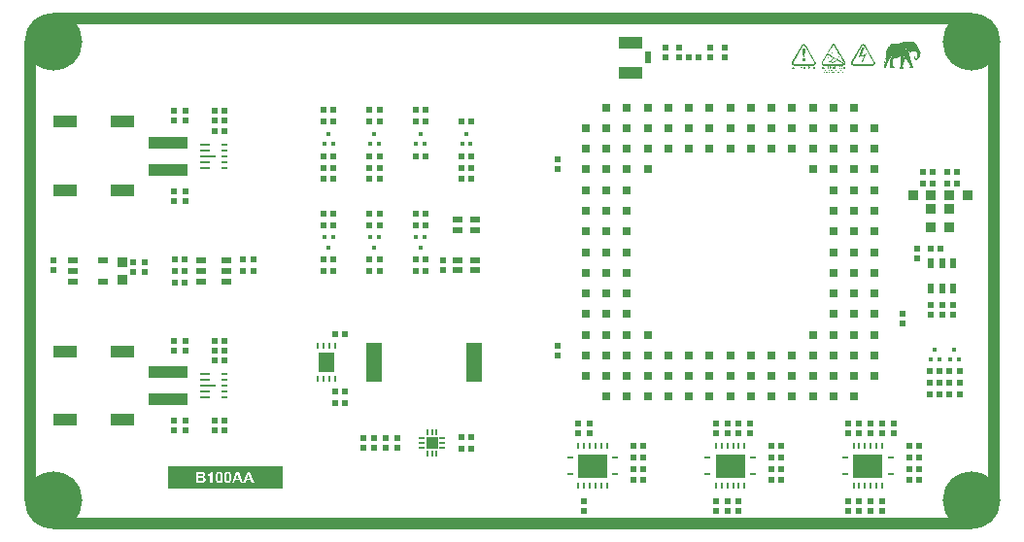
<source format=gts>
G04*
G04 #@! TF.GenerationSoftware,Altium Limited,Altium Designer,20.0.13 (296)*
G04*
G04 Layer_Color=8388736*
%FSLAX25Y25*%
%MOIN*%
G70*
G01*
G75*
%ADD38R,3.14961X0.03937*%
%ADD39R,0.03937X1.57480*%
%ADD40R,0.03228X0.02047*%
%ADD41R,0.03622X0.01063*%
%ADD42R,0.05197X0.01063*%
%ADD43R,0.02441X0.01063*%
%ADD44R,0.01063X0.02441*%
%ADD45R,0.10118X0.08150*%
%ADD46R,0.01929X0.02126*%
%ADD47R,0.01063X0.02047*%
%ADD48R,0.02047X0.01063*%
%ADD49R,0.04016X0.04016*%
%ADD50R,0.05197X0.13465*%
%ADD51R,0.13465X0.03937*%
%ADD52R,0.02126X0.01929*%
%ADD53R,0.03228X0.03228*%
G04:AMPARAMS|DCode=54|XSize=28.35mil|YSize=28.35mil|CornerRadius=3.15mil|HoleSize=0mil|Usage=FLASHONLY|Rotation=0.000|XOffset=0mil|YOffset=0mil|HoleType=Round|Shape=RoundedRectangle|*
%AMROUNDEDRECTD54*
21,1,0.02835,0.02205,0,0,0.0*
21,1,0.02205,0.02835,0,0,0.0*
1,1,0.00630,0.01102,-0.01102*
1,1,0.00630,-0.01102,-0.01102*
1,1,0.00630,-0.01102,0.01102*
1,1,0.00630,0.01102,0.01102*
%
%ADD54ROUNDEDRECTD54*%
%ADD55R,0.05787X0.06969*%
%ADD56R,0.07953X0.04016*%
%ADD57R,0.02441X0.04016*%
%ADD58R,0.03228X0.03228*%
%ADD59R,0.01654X0.01654*%
%ADD60R,0.01654X0.01654*%
%ADD61R,0.02047X0.03228*%
%ADD62C,0.02953*%
%ADD63C,0.19764*%
G36*
X292648Y157416D02*
X292901D01*
Y157353D01*
X293408D01*
Y157416D01*
X294042D01*
Y157353D01*
X294675D01*
Y157290D01*
X295055D01*
Y157226D01*
X295309D01*
Y157163D01*
X295372D01*
Y157099D01*
X295499D01*
Y157036D01*
X295626D01*
Y156973D01*
X295689D01*
Y156909D01*
X295752D01*
Y156846D01*
X295816D01*
Y156783D01*
X295879D01*
Y156719D01*
X295942D01*
Y156656D01*
X296006D01*
Y156593D01*
Y156529D01*
X295942D01*
Y156466D01*
Y156403D01*
X296006D01*
Y156466D01*
X296069D01*
Y156529D01*
X296132D01*
Y156466D01*
Y156403D01*
X296196D01*
Y156339D01*
Y156276D01*
X296323D01*
Y156212D01*
X296259D01*
Y156149D01*
X296386D01*
Y156086D01*
X296449D01*
Y156022D01*
Y155959D01*
Y155896D01*
X296513D01*
Y155832D01*
X296576D01*
Y155769D01*
Y155706D01*
X296639D01*
Y155642D01*
Y155579D01*
Y155516D01*
X296703D01*
Y155452D01*
Y155389D01*
X296766D01*
Y155325D01*
Y155262D01*
X296830D01*
Y155199D01*
Y155135D01*
X296893D01*
Y155072D01*
X296956D01*
Y155009D01*
Y154945D01*
X297020D01*
Y154882D01*
Y154818D01*
X297083D01*
Y154755D01*
X297146D01*
Y154692D01*
X297083D01*
Y154628D01*
X297146D01*
Y154565D01*
X297210D01*
Y154502D01*
Y154438D01*
Y154375D01*
X297273D01*
Y154312D01*
Y154248D01*
Y154185D01*
X297336D01*
Y154122D01*
Y154058D01*
Y153995D01*
Y153931D01*
Y153868D01*
X297400D01*
Y153805D01*
Y153741D01*
X298223D01*
Y153678D01*
X298160D01*
Y153615D01*
X298033D01*
Y153551D01*
X297780D01*
Y153488D01*
X298160D01*
Y153425D01*
X298097D01*
Y153361D01*
X298033D01*
Y153425D01*
X297970D01*
Y153361D01*
X297907D01*
Y153298D01*
X297463D01*
Y153235D01*
Y153171D01*
Y153108D01*
Y153044D01*
Y152981D01*
Y152918D01*
Y152854D01*
Y152791D01*
Y152728D01*
Y152664D01*
X297400D01*
Y152601D01*
Y152538D01*
Y152474D01*
Y152411D01*
X297336D01*
Y152347D01*
X297273D01*
Y152284D01*
X297336D01*
Y152221D01*
X297273D01*
Y152157D01*
X297210D01*
Y152094D01*
X297146D01*
Y152031D01*
X297210D01*
Y151967D01*
X297146D01*
Y151904D01*
Y151841D01*
X297083D01*
Y151904D01*
X297020D01*
Y151841D01*
X297083D01*
Y151777D01*
Y151714D01*
X297020D01*
Y151651D01*
X296956D01*
Y151587D01*
Y151524D01*
X296893D01*
Y151460D01*
X296766D01*
Y151397D01*
Y151334D01*
X296639D01*
Y151270D01*
X296576D01*
Y151207D01*
X296449D01*
Y151144D01*
X296259D01*
Y151080D01*
X295942D01*
Y151144D01*
X295752D01*
Y151207D01*
X295626D01*
Y151270D01*
X295562D01*
Y151334D01*
X295499D01*
Y151397D01*
X295436D01*
Y151460D01*
Y151524D01*
Y151587D01*
X295372D01*
Y151651D01*
Y151714D01*
X295309D01*
Y151777D01*
Y151841D01*
Y151904D01*
Y151967D01*
X295372D01*
Y152031D01*
X295436D01*
Y152094D01*
X295372D01*
Y152157D01*
X295436D01*
Y152221D01*
Y152284D01*
X295499D01*
Y152347D01*
X295562D01*
Y152411D01*
X295626D01*
Y152474D01*
X295816D01*
Y152411D01*
X295879D01*
Y152347D01*
Y152284D01*
X295816D01*
Y152221D01*
X295879D01*
Y152157D01*
Y152094D01*
X295816D01*
Y152031D01*
X295752D01*
Y151967D01*
Y151904D01*
Y151841D01*
X295816D01*
Y151777D01*
X295942D01*
Y151714D01*
X296132D01*
Y151777D01*
X296259D01*
Y151841D01*
X296323D01*
Y151904D01*
X296386D01*
Y151967D01*
Y152031D01*
Y152094D01*
X296449D01*
Y152157D01*
X296513D01*
Y152221D01*
X296449D01*
Y152284D01*
X296513D01*
Y152347D01*
Y152411D01*
Y152474D01*
Y152538D01*
Y152601D01*
Y152664D01*
Y152728D01*
Y152791D01*
Y152854D01*
Y152918D01*
Y152981D01*
Y153044D01*
X296576D01*
Y153108D01*
X296513D01*
Y153171D01*
Y153235D01*
X296449D01*
Y153298D01*
Y153361D01*
X296386D01*
Y153425D01*
Y153488D01*
Y153551D01*
X296323D01*
Y153615D01*
Y153678D01*
X296259D01*
Y153741D01*
Y153805D01*
X296196D01*
Y153868D01*
X295816D01*
Y153805D01*
X295626D01*
Y153868D01*
X295562D01*
Y153931D01*
X295436D01*
Y153995D01*
X295372D01*
Y154058D01*
X295245D01*
Y154122D01*
X294802D01*
Y154058D01*
X294739D01*
Y153995D01*
X294612D01*
Y153931D01*
Y153868D01*
X294422D01*
Y153805D01*
Y153741D01*
X294295D01*
Y153678D01*
X294168D01*
Y153741D01*
X294105D01*
Y153678D01*
X293978D01*
Y153741D01*
X293851D01*
Y153805D01*
X293725D01*
Y153868D01*
X293598D01*
Y153931D01*
Y153995D01*
X293535D01*
Y153931D01*
X293471D01*
Y153995D01*
X293408D01*
Y154058D01*
X293345D01*
Y154122D01*
Y154185D01*
X293408D01*
Y154248D01*
X293281D01*
Y154185D01*
Y154122D01*
X293218D01*
Y154185D01*
X293155D01*
Y154248D01*
X293091D01*
Y154312D01*
X293028D01*
Y154375D01*
X292964D01*
Y154438D01*
X292901D01*
Y154502D01*
X292838D01*
Y154565D01*
X292774D01*
Y154628D01*
Y154692D01*
X292711D01*
Y154755D01*
X292648D01*
Y154818D01*
X292584D01*
Y154882D01*
Y154945D01*
X292521D01*
Y155009D01*
X292458D01*
Y155072D01*
Y155135D01*
X292394D01*
Y155072D01*
Y155009D01*
X292458D01*
Y154945D01*
Y154882D01*
X292521D01*
Y154818D01*
Y154755D01*
X292584D01*
Y154692D01*
X292648D01*
Y154628D01*
X292711D01*
Y154565D01*
Y154502D01*
X292774D01*
Y154438D01*
X292838D01*
Y154375D01*
X292901D01*
Y154312D01*
X292964D01*
Y154248D01*
X293028D01*
Y154185D01*
X293155D01*
Y154122D01*
X293218D01*
Y154058D01*
X293281D01*
Y153995D01*
X293345D01*
Y153931D01*
X293471D01*
Y153868D01*
X293535D01*
Y153805D01*
Y153741D01*
X293661D01*
Y153678D01*
Y153615D01*
Y153551D01*
Y153488D01*
Y153425D01*
Y153361D01*
Y153298D01*
Y153235D01*
X293725D01*
Y153171D01*
Y153108D01*
Y153044D01*
Y152981D01*
Y152918D01*
Y152854D01*
Y152791D01*
Y152728D01*
X293788D01*
Y152664D01*
X293851D01*
Y152601D01*
Y152538D01*
Y152474D01*
X293915D01*
Y152411D01*
Y152347D01*
X293978D01*
Y152284D01*
Y152221D01*
Y152157D01*
Y152094D01*
Y152031D01*
X294042D01*
Y151967D01*
Y151904D01*
Y151841D01*
X294105D01*
Y151777D01*
Y151714D01*
X294042D01*
Y151651D01*
X294105D01*
Y151587D01*
X294168D01*
Y151524D01*
Y151460D01*
X294105D01*
Y151397D01*
X294168D01*
Y151334D01*
Y151270D01*
X294232D01*
Y151207D01*
Y151144D01*
Y151080D01*
X294295D01*
Y151017D01*
Y150953D01*
Y150890D01*
Y150827D01*
X294358D01*
Y150763D01*
Y150700D01*
Y150637D01*
X294422D01*
Y150573D01*
X294358D01*
Y150510D01*
X294422D01*
Y150447D01*
X294485D01*
Y150383D01*
Y150320D01*
Y150257D01*
X294549D01*
Y150193D01*
Y150130D01*
Y150066D01*
X294612D01*
Y150003D01*
X294549D01*
Y149940D01*
X294612D01*
Y149876D01*
Y149813D01*
X294675D01*
Y149750D01*
X294612D01*
Y149686D01*
X294675D01*
Y149623D01*
Y149559D01*
Y149496D01*
Y149433D01*
Y149370D01*
X294739D01*
Y149306D01*
Y149243D01*
Y149179D01*
X294802D01*
Y149116D01*
Y149053D01*
X294865D01*
Y148989D01*
Y148926D01*
X294929D01*
Y148863D01*
Y148799D01*
X294992D01*
Y148736D01*
X295055D01*
Y148672D01*
Y148609D01*
X295119D01*
Y148546D01*
X295182D01*
Y148482D01*
X295245D01*
Y148419D01*
Y148356D01*
X295182D01*
Y148292D01*
X294992D01*
Y148229D01*
X294422D01*
Y148166D01*
X294358D01*
Y148229D01*
X293915D01*
Y148292D01*
Y148356D01*
X293851D01*
Y148419D01*
Y148482D01*
Y148546D01*
Y148609D01*
X293915D01*
Y148672D01*
Y148736D01*
X293978D01*
Y148799D01*
X294042D01*
Y148863D01*
Y148926D01*
X293978D01*
Y148989D01*
Y149053D01*
Y149116D01*
X293915D01*
Y149179D01*
Y149243D01*
Y149306D01*
X293851D01*
Y149370D01*
Y149433D01*
Y149496D01*
X293788D01*
Y149559D01*
Y149623D01*
X293725D01*
Y149686D01*
Y149750D01*
X293661D01*
Y149813D01*
Y149876D01*
X293598D01*
Y149940D01*
Y150003D01*
X293535D01*
Y150066D01*
X293471D01*
Y150130D01*
Y150193D01*
X293408D01*
Y150257D01*
X293471D01*
Y150320D01*
X293345D01*
Y150383D01*
Y150447D01*
Y150510D01*
X293218D01*
Y150573D01*
Y150637D01*
X293155D01*
Y150700D01*
Y150763D01*
X293091D01*
Y150827D01*
X293028D01*
Y150890D01*
X293155D01*
Y150953D01*
X292964D01*
Y151017D01*
X292901D01*
Y151080D01*
Y151144D01*
X292838D01*
Y151207D01*
X292774D01*
Y151270D01*
X292711D01*
Y151334D01*
X292648D01*
Y151397D01*
X292584D01*
Y151460D01*
X292521D01*
Y151524D01*
X292458D01*
Y151587D01*
X292394D01*
Y151651D01*
X292331D01*
Y151714D01*
X292267D01*
Y151777D01*
X292204D01*
Y151841D01*
Y151904D01*
X292141D01*
Y151967D01*
X292077D01*
Y152031D01*
Y152094D01*
X292014D01*
Y152157D01*
X291951D01*
Y152221D01*
Y152284D01*
X291887D01*
Y152347D01*
Y152411D01*
X291824D01*
Y152474D01*
Y152538D01*
X291761D01*
Y152474D01*
Y152411D01*
X291824D01*
Y152347D01*
Y152284D01*
X291887D01*
Y152221D01*
Y152157D01*
X291951D01*
Y152094D01*
Y152031D01*
X292014D01*
Y151967D01*
X292077D01*
Y151904D01*
Y151841D01*
X292141D01*
Y151777D01*
X292204D01*
Y151714D01*
Y151651D01*
X292267D01*
Y151587D01*
Y151524D01*
Y151460D01*
Y151397D01*
X292204D01*
Y151334D01*
Y151270D01*
Y151207D01*
X292141D01*
Y151144D01*
Y151080D01*
Y151017D01*
X292077D01*
Y150953D01*
Y150890D01*
X292014D01*
Y150827D01*
Y150763D01*
Y150700D01*
X291951D01*
Y150637D01*
Y150573D01*
Y150510D01*
X291887D01*
Y150447D01*
Y150383D01*
Y150320D01*
Y150257D01*
X291824D01*
Y150193D01*
Y150130D01*
Y150066D01*
Y150003D01*
X291761D01*
Y149940D01*
Y149876D01*
Y149813D01*
X291697D01*
Y149750D01*
Y149686D01*
X291634D01*
Y149623D01*
Y149559D01*
Y149496D01*
X291570D01*
Y149433D01*
Y149370D01*
X291507D01*
Y149306D01*
Y149243D01*
Y149179D01*
Y149116D01*
Y149053D01*
X291444D01*
Y148989D01*
Y148926D01*
X291507D01*
Y148863D01*
Y148799D01*
Y148736D01*
X291570D01*
Y148672D01*
X291634D01*
Y148609D01*
X291697D01*
Y148546D01*
X291761D01*
Y148482D01*
X291824D01*
Y148419D01*
Y148356D01*
X291887D01*
Y148292D01*
Y148229D01*
Y148166D01*
X291761D01*
Y148102D01*
X290937D01*
Y148166D01*
X290747D01*
Y148102D01*
X290430D01*
Y148166D01*
X290367D01*
Y148229D01*
Y148292D01*
Y148356D01*
Y148419D01*
X290430D01*
Y148482D01*
Y148546D01*
X290493D01*
Y148609D01*
X290620D01*
Y148672D01*
Y148736D01*
Y148799D01*
X290683D01*
Y148863D01*
X290620D01*
Y148926D01*
Y148989D01*
Y149053D01*
Y149116D01*
Y149179D01*
Y149243D01*
Y149306D01*
Y149370D01*
Y149433D01*
Y149496D01*
Y149559D01*
X290683D01*
Y149623D01*
Y149686D01*
Y149750D01*
Y149813D01*
Y149876D01*
Y149940D01*
Y150003D01*
Y150066D01*
X290747D01*
Y150130D01*
Y150193D01*
Y150257D01*
Y150320D01*
Y150383D01*
X290810D01*
Y150447D01*
Y150510D01*
Y150573D01*
Y150637D01*
Y150700D01*
Y150763D01*
X290874D01*
Y150827D01*
Y150890D01*
Y150953D01*
Y151017D01*
Y151080D01*
Y151144D01*
Y151207D01*
Y151270D01*
Y151334D01*
Y151397D01*
Y151460D01*
Y151524D01*
X290937D01*
Y151587D01*
X290874D01*
Y151651D01*
Y151714D01*
Y151777D01*
Y151841D01*
Y151904D01*
Y151967D01*
Y152031D01*
Y152094D01*
X290810D01*
Y152157D01*
Y152221D01*
Y152284D01*
X290683D01*
Y152221D01*
X290557D01*
Y152157D01*
X290430D01*
Y152094D01*
X290303D01*
Y152031D01*
X290113D01*
Y151967D01*
X289923D01*
Y151904D01*
X289606D01*
Y151841D01*
X289480D01*
Y151904D01*
X289289D01*
Y151841D01*
X288846D01*
Y151904D01*
X288783D01*
Y151841D01*
X288846D01*
Y151777D01*
X288719D01*
Y151714D01*
Y151651D01*
X288656D01*
Y151587D01*
X288593D01*
Y151524D01*
X288529D01*
Y151460D01*
X288466D01*
Y151397D01*
X288402D01*
Y151334D01*
X288339D01*
Y151270D01*
X288276D01*
Y151207D01*
X288212D01*
Y151144D01*
Y151080D01*
X288149D01*
Y151017D01*
Y150953D01*
Y150890D01*
X288086D01*
Y150827D01*
Y150763D01*
X288022D01*
Y150700D01*
Y150637D01*
Y150573D01*
X287959D01*
Y150510D01*
Y150447D01*
Y150383D01*
Y150320D01*
X288022D01*
Y150257D01*
Y150193D01*
Y150130D01*
Y150066D01*
Y150003D01*
Y149940D01*
Y149876D01*
Y149813D01*
Y149750D01*
Y149686D01*
Y149623D01*
Y149559D01*
Y149496D01*
Y149433D01*
Y149370D01*
Y149306D01*
X288086D01*
Y149243D01*
Y149179D01*
Y149116D01*
X288149D01*
Y149053D01*
Y148989D01*
X288212D01*
Y148926D01*
X288276D01*
Y148863D01*
X288339D01*
Y148799D01*
X288402D01*
Y148736D01*
X288466D01*
Y148672D01*
X288529D01*
Y148609D01*
X288593D01*
Y148546D01*
X288656D01*
Y148482D01*
Y148419D01*
Y148356D01*
X288593D01*
Y148292D01*
X287199D01*
Y148356D01*
X287072D01*
Y148419D01*
Y148482D01*
Y148546D01*
Y148609D01*
Y148672D01*
Y148736D01*
Y148799D01*
Y148863D01*
Y148926D01*
Y148989D01*
Y149053D01*
Y149116D01*
Y149179D01*
Y149243D01*
X287135D01*
Y149306D01*
Y149370D01*
Y149433D01*
Y149496D01*
Y149559D01*
X287199D01*
Y149623D01*
Y149686D01*
Y149750D01*
Y149813D01*
Y149876D01*
Y149940D01*
Y150003D01*
Y150066D01*
Y150130D01*
Y150193D01*
Y150257D01*
Y150320D01*
Y150383D01*
Y150447D01*
Y150510D01*
Y150573D01*
X287135D01*
Y150637D01*
Y150700D01*
Y150763D01*
Y150827D01*
Y150890D01*
Y150953D01*
Y151017D01*
X287072D01*
Y151080D01*
X287009D01*
Y151144D01*
X286945D01*
Y151207D01*
X287009D01*
Y151270D01*
X287072D01*
Y151334D01*
X287135D01*
Y151397D01*
X287199D01*
Y151460D01*
X287262D01*
Y151524D01*
Y151587D01*
X287325D01*
Y151651D01*
X287452D01*
Y151714D01*
Y151777D01*
Y151841D01*
X287389D01*
Y151777D01*
X287325D01*
Y151714D01*
X287262D01*
Y151651D01*
X287199D01*
Y151587D01*
Y151524D01*
X287135D01*
Y151460D01*
X287072D01*
Y151524D01*
X286945D01*
Y151460D01*
X287072D01*
Y151397D01*
X287009D01*
Y151334D01*
X286945D01*
Y151270D01*
X286882D01*
Y151207D01*
Y151144D01*
X286818D01*
Y151080D01*
X286755D01*
Y151017D01*
X286692D01*
Y150953D01*
X286628D01*
Y150890D01*
Y150827D01*
X286565D01*
Y150763D01*
X286502D01*
Y150700D01*
Y150637D01*
X286438D01*
Y150573D01*
Y150510D01*
X286312D01*
Y150447D01*
X286375D01*
Y150383D01*
X286312D01*
Y150320D01*
X286248D01*
Y150257D01*
Y150193D01*
Y150130D01*
X286185D01*
Y150066D01*
Y150003D01*
X286122D01*
Y149940D01*
Y149876D01*
X286058D01*
Y149813D01*
X286122D01*
Y149750D01*
X286058D01*
Y149686D01*
Y149623D01*
Y149559D01*
Y149496D01*
X285995D01*
Y149559D01*
X285931D01*
Y149496D01*
X285995D01*
Y149433D01*
Y149370D01*
Y149306D01*
Y149243D01*
X285931D01*
Y149179D01*
Y149116D01*
Y149053D01*
X285868D01*
Y148989D01*
Y148926D01*
Y148863D01*
X285805D01*
Y148799D01*
X285868D01*
Y148736D01*
Y148672D01*
Y148609D01*
X285931D01*
Y148546D01*
X285868D01*
Y148609D01*
X285805D01*
Y148546D01*
X285868D01*
Y148482D01*
Y148419D01*
Y148356D01*
X285741D01*
Y148292D01*
X285678D01*
Y148356D01*
X285108D01*
Y148419D01*
X285044D01*
Y148482D01*
X284981D01*
Y148546D01*
Y148609D01*
X284918D01*
Y148672D01*
Y148736D01*
Y148799D01*
Y148863D01*
Y148926D01*
Y148989D01*
X284981D01*
Y149053D01*
Y149116D01*
X285044D01*
Y149179D01*
X285108D01*
Y149243D01*
X285171D01*
Y149306D01*
X285234D01*
Y149243D01*
X285298D01*
Y149306D01*
X285234D01*
Y149370D01*
Y149433D01*
Y149496D01*
Y149559D01*
X285298D01*
Y149623D01*
Y149686D01*
Y149750D01*
X285361D01*
Y149813D01*
Y149876D01*
X285424D01*
Y149940D01*
Y150003D01*
X285298D01*
Y149940D01*
X285234D01*
Y150003D01*
Y150066D01*
X285108D01*
Y150130D01*
Y150193D01*
X285171D01*
Y150257D01*
Y150320D01*
Y150383D01*
Y150447D01*
Y150510D01*
X285234D01*
Y150573D01*
Y150637D01*
Y150700D01*
X285298D01*
Y150763D01*
Y150827D01*
Y150890D01*
Y150953D01*
X285361D01*
Y151017D01*
Y151080D01*
Y151144D01*
X285424D01*
Y151207D01*
Y151270D01*
Y151334D01*
X285488D01*
Y151397D01*
Y151460D01*
Y151524D01*
Y151587D01*
X285551D01*
Y151524D01*
X285615D01*
Y151460D01*
Y151397D01*
Y151334D01*
Y151270D01*
X285551D01*
Y151207D01*
Y151144D01*
Y151080D01*
Y151017D01*
X285488D01*
Y150953D01*
Y150890D01*
Y150827D01*
X285424D01*
Y150763D01*
Y150700D01*
Y150637D01*
Y150573D01*
Y150510D01*
Y150447D01*
Y150383D01*
Y150320D01*
Y150257D01*
Y150193D01*
Y150130D01*
X285361D01*
Y150066D01*
X285488D01*
Y150130D01*
Y150193D01*
Y150257D01*
X285551D01*
Y150320D01*
Y150383D01*
Y150447D01*
Y150510D01*
X285615D01*
Y150573D01*
Y150637D01*
Y150700D01*
Y150763D01*
Y150827D01*
X285678D01*
Y150890D01*
Y150953D01*
Y151017D01*
Y151080D01*
Y151144D01*
Y151207D01*
Y151270D01*
Y151334D01*
Y151397D01*
Y151460D01*
Y151524D01*
Y151587D01*
X285615D01*
Y151651D01*
X285551D01*
Y151714D01*
Y151777D01*
Y151841D01*
X285615D01*
Y151904D01*
Y151967D01*
Y152031D01*
Y152094D01*
Y152157D01*
Y152221D01*
Y152284D01*
Y152347D01*
X285678D01*
Y152411D01*
Y152474D01*
Y152538D01*
Y152601D01*
Y152664D01*
Y152728D01*
Y152791D01*
X285741D01*
Y152854D01*
Y152918D01*
Y152981D01*
Y153044D01*
Y153108D01*
Y153171D01*
Y153235D01*
Y153298D01*
Y153361D01*
Y153425D01*
Y153488D01*
Y153551D01*
Y153615D01*
Y153678D01*
Y153741D01*
Y153805D01*
Y153868D01*
Y153931D01*
Y153995D01*
X285805D01*
Y154058D01*
Y154122D01*
Y154185D01*
Y154248D01*
Y154312D01*
X285868D01*
Y154375D01*
Y154438D01*
X285931D01*
Y154502D01*
Y154565D01*
Y154628D01*
X285995D01*
Y154692D01*
X286058D01*
Y154755D01*
Y154818D01*
X286122D01*
Y154882D01*
Y154945D01*
X286248D01*
Y155009D01*
Y155072D01*
Y155135D01*
X286312D01*
Y155199D01*
X286375D01*
Y155262D01*
X286502D01*
Y155325D01*
X286438D01*
Y155389D01*
X286502D01*
Y155452D01*
X286565D01*
Y155516D01*
Y155579D01*
X286628D01*
Y155642D01*
X286692D01*
Y155706D01*
Y155769D01*
X286755D01*
Y155832D01*
X286818D01*
Y155896D01*
X286882D01*
Y155832D01*
X286945D01*
Y155896D01*
X286882D01*
Y155959D01*
Y156022D01*
X286945D01*
Y156086D01*
X287009D01*
Y156149D01*
X287072D01*
Y156212D01*
X287135D01*
Y156276D01*
X287325D01*
Y156339D01*
Y156403D01*
X287389D01*
Y156339D01*
X287452D01*
Y156403D01*
Y156466D01*
X287579D01*
Y156529D01*
X287705D01*
Y156593D01*
X287959D01*
Y156656D01*
X288149D01*
Y156593D01*
X288212D01*
Y156656D01*
X288149D01*
Y156719D01*
X288656D01*
Y156783D01*
X290177D01*
Y156846D01*
X290493D01*
Y156909D01*
X290683D01*
Y156973D01*
X290874D01*
Y157036D01*
X291064D01*
Y157099D01*
X291317D01*
Y157163D01*
X291507D01*
Y157226D01*
X291761D01*
Y157290D01*
X291887D01*
Y157353D01*
X292077D01*
Y157416D01*
X292141D01*
Y157353D01*
X292204D01*
Y157416D01*
X292267D01*
Y157353D01*
X292331D01*
Y157416D01*
X292267D01*
Y157480D01*
X292648D01*
Y157416D01*
D02*
G37*
G36*
X78740Y3937D02*
X39370D01*
Y11811D01*
X78740D01*
Y3937D01*
D02*
G37*
G36*
X277999Y156557D02*
X278078Y156544D01*
X278163Y156518D01*
X278262Y156478D01*
X278360Y156419D01*
X278452Y156347D01*
X278465Y156341D01*
X278485Y156314D01*
X278511Y156282D01*
X278537Y156255D01*
X278544Y156249D01*
X278557Y156223D01*
X278583Y156190D01*
X278609Y156150D01*
X281903Y150437D01*
X281909Y150424D01*
X281929Y150391D01*
X281955Y150332D01*
X281981Y150253D01*
X282008Y150161D01*
X282021Y150063D01*
X282027Y149945D01*
X282008Y149827D01*
Y149820D01*
X282001Y149794D01*
X281988Y149754D01*
X281968Y149708D01*
Y149702D01*
X281955Y149676D01*
X281942Y149636D01*
X281916Y149590D01*
X281909Y149577D01*
X281883Y149545D01*
X281843Y149492D01*
X281791Y149433D01*
X281725Y149367D01*
X281640Y149308D01*
X281548Y149249D01*
X281437Y149203D01*
X281424D01*
X281391Y149190D01*
X281351Y149184D01*
X281319Y149177D01*
X281312D01*
X281293Y149171D01*
X281253D01*
X281201Y149164D01*
X274529D01*
X274470Y149177D01*
X274391Y149190D01*
X274300Y149216D01*
X274201Y149256D01*
X274103Y149315D01*
X274004Y149387D01*
X273998Y149394D01*
X273972Y149413D01*
X273945Y149446D01*
X273919Y149479D01*
X273913Y149485D01*
X273893Y149512D01*
X273873Y149545D01*
X273853Y149584D01*
X273847D01*
Y149590D01*
X273840Y149603D01*
X273821Y149636D01*
X273801Y149695D01*
X273775Y149767D01*
X273755Y149853D01*
X273742Y149951D01*
Y150063D01*
X273755Y150181D01*
Y150187D01*
X273762Y150194D01*
X273768Y150227D01*
X273775Y150266D01*
X273788Y150292D01*
Y150299D01*
X273801Y150325D01*
X273814Y150364D01*
X273840Y150410D01*
Y150417D01*
X273847Y150424D01*
X277147Y156137D01*
X277153Y156144D01*
X277166Y156164D01*
X277186Y156196D01*
X277212Y156236D01*
X277245Y156282D01*
X277291Y156327D01*
X277343Y156373D01*
X277396Y156413D01*
X277402D01*
X277409Y156426D01*
X277429Y156432D01*
X277455Y156452D01*
X277461Y156459D01*
X277488Y156472D01*
X277527Y156491D01*
X277579Y156511D01*
X277645Y156531D01*
X277717Y156551D01*
X277796Y156564D01*
X277881Y156570D01*
X277934D01*
X277999Y156557D01*
D02*
G37*
G36*
X267831D02*
X267910Y156544D01*
X267995Y156518D01*
X268094Y156478D01*
X268192Y156419D01*
X268284Y156347D01*
X268297Y156341D01*
X268317Y156314D01*
X268343Y156282D01*
X268369Y156255D01*
X268376Y156249D01*
X268389Y156223D01*
X268415Y156190D01*
X268441Y156150D01*
X271734Y150437D01*
X271741Y150424D01*
X271761Y150391D01*
X271787Y150332D01*
X271813Y150253D01*
X271839Y150161D01*
X271853Y150063D01*
X271859Y149945D01*
X271839Y149827D01*
Y149820D01*
X271833Y149794D01*
X271820Y149754D01*
X271800Y149708D01*
Y149702D01*
X271787Y149676D01*
X271774Y149636D01*
X271748Y149590D01*
X271741Y149577D01*
X271715Y149545D01*
X271675Y149492D01*
X271623Y149433D01*
X271557Y149367D01*
X271472Y149308D01*
X271380Y149249D01*
X271269Y149203D01*
X271256D01*
X271223Y149190D01*
X271183Y149184D01*
X271151Y149177D01*
X271144D01*
X271125Y149171D01*
X271085D01*
X271033Y149164D01*
X264361D01*
X264302Y149177D01*
X264223Y149190D01*
X264131Y149216D01*
X264033Y149256D01*
X263935Y149315D01*
X263836Y149387D01*
X263830Y149394D01*
X263804Y149413D01*
X263777Y149446D01*
X263751Y149479D01*
X263744Y149485D01*
X263725Y149512D01*
X263705Y149545D01*
X263685Y149584D01*
X263679D01*
Y149590D01*
X263672Y149603D01*
X263653Y149636D01*
X263633Y149695D01*
X263607Y149767D01*
X263587Y149853D01*
X263574Y149951D01*
Y150063D01*
X263587Y150181D01*
Y150187D01*
X263594Y150194D01*
X263600Y150227D01*
X263607Y150266D01*
X263620Y150292D01*
Y150299D01*
X263633Y150325D01*
X263646Y150364D01*
X263672Y150410D01*
Y150417D01*
X263679Y150424D01*
X266979Y156137D01*
X266985Y156144D01*
X266998Y156164D01*
X267018Y156196D01*
X267044Y156236D01*
X267077Y156282D01*
X267123Y156327D01*
X267175Y156373D01*
X267228Y156413D01*
X267234D01*
X267241Y156426D01*
X267261Y156432D01*
X267287Y156452D01*
X267293Y156459D01*
X267320Y156472D01*
X267359Y156491D01*
X267411Y156511D01*
X267477Y156531D01*
X267549Y156551D01*
X267628Y156564D01*
X267713Y156570D01*
X267766D01*
X267831Y156557D01*
D02*
G37*
G36*
X257663D02*
X257742Y156544D01*
X257827Y156518D01*
X257926Y156478D01*
X258024Y156419D01*
X258116Y156347D01*
X258129Y156341D01*
X258149Y156314D01*
X258175Y156282D01*
X258201Y156255D01*
X258208Y156249D01*
X258221Y156223D01*
X258247Y156190D01*
X258273Y156150D01*
X261566Y150437D01*
X261573Y150424D01*
X261593Y150391D01*
X261619Y150332D01*
X261645Y150253D01*
X261671Y150161D01*
X261685Y150063D01*
X261691Y149945D01*
X261671Y149827D01*
Y149820D01*
X261665Y149794D01*
X261652Y149754D01*
X261632Y149708D01*
Y149702D01*
X261619Y149676D01*
X261606Y149636D01*
X261580Y149590D01*
X261573Y149577D01*
X261547Y149545D01*
X261508Y149492D01*
X261455Y149433D01*
X261389Y149367D01*
X261304Y149308D01*
X261212Y149249D01*
X261101Y149203D01*
X261088D01*
X261055Y149190D01*
X261016Y149184D01*
X260983Y149177D01*
X260976D01*
X260957Y149171D01*
X260917D01*
X260865Y149164D01*
X254193D01*
X254134Y149177D01*
X254055Y149190D01*
X253963Y149216D01*
X253865Y149256D01*
X253767Y149315D01*
X253668Y149387D01*
X253662Y149394D01*
X253636Y149413D01*
X253609Y149446D01*
X253583Y149479D01*
X253576Y149485D01*
X253557Y149512D01*
X253537Y149545D01*
X253517Y149584D01*
X253511D01*
Y149590D01*
X253504Y149603D01*
X253485Y149636D01*
X253465Y149695D01*
X253439Y149767D01*
X253419Y149853D01*
X253406Y149951D01*
Y150063D01*
X253419Y150181D01*
Y150187D01*
X253426Y150194D01*
X253432Y150227D01*
X253439Y150266D01*
X253452Y150292D01*
Y150299D01*
X253465Y150325D01*
X253478Y150364D01*
X253504Y150410D01*
Y150417D01*
X253511Y150424D01*
X256810Y156137D01*
X256817Y156144D01*
X256830Y156164D01*
X256850Y156196D01*
X256876Y156236D01*
X256909Y156282D01*
X256955Y156327D01*
X257007Y156373D01*
X257060Y156413D01*
X257066D01*
X257073Y156426D01*
X257093Y156432D01*
X257119Y156452D01*
X257125Y156459D01*
X257152Y156472D01*
X257191Y156491D01*
X257243Y156511D01*
X257309Y156531D01*
X257381Y156551D01*
X257460Y156564D01*
X257545Y156570D01*
X257598D01*
X257663Y156557D01*
D02*
G37*
G36*
X271748Y147983D02*
X271603D01*
X271052Y148803D01*
Y147983D01*
X270921D01*
Y149026D01*
X271065D01*
X271610Y148206D01*
Y149026D01*
X271748D01*
Y147983D01*
D02*
G37*
G36*
X268251D02*
X268107D01*
X267556Y148803D01*
Y147983D01*
X267425D01*
Y149026D01*
X267569D01*
X268120Y148206D01*
Y149026D01*
X268251D01*
Y147983D01*
D02*
G37*
G36*
X261580D02*
X261435D01*
X260884Y148803D01*
Y147983D01*
X260753D01*
Y149026D01*
X260897D01*
X261442Y148206D01*
Y149026D01*
X261580D01*
Y147983D01*
D02*
G37*
G36*
X258083D02*
X257939D01*
X257388Y148803D01*
Y147983D01*
X257257D01*
Y149026D01*
X257401D01*
X257952Y148206D01*
Y149026D01*
X258083D01*
Y147983D01*
D02*
G37*
G36*
X269544D02*
X269399D01*
Y149026D01*
X269544D01*
Y147983D01*
D02*
G37*
G36*
X269235Y148902D02*
X268887D01*
Y147983D01*
X268750D01*
Y148902D01*
X268402D01*
Y149026D01*
X269235D01*
Y148902D01*
D02*
G37*
G36*
X267215D02*
X266592D01*
Y148580D01*
X267175D01*
Y148462D01*
X266592D01*
Y148101D01*
X267234D01*
Y147983D01*
X266454D01*
Y149026D01*
X267215D01*
Y148902D01*
D02*
G37*
G36*
X266309D02*
X265962D01*
Y147983D01*
X265824D01*
Y148902D01*
X265476D01*
Y149026D01*
X266309D01*
Y148902D01*
D02*
G37*
G36*
X265417D02*
X265070D01*
Y147983D01*
X264932D01*
Y148902D01*
X264584D01*
Y149026D01*
X265417D01*
Y148902D01*
D02*
G37*
G36*
X264663Y147983D02*
X264505D01*
X264381Y148298D01*
X263941D01*
X263830Y147983D01*
X263679D01*
X264086Y149026D01*
X264230D01*
X264663Y147983D01*
D02*
G37*
G36*
X259376D02*
X259231D01*
Y149026D01*
X259376D01*
Y147983D01*
D02*
G37*
G36*
X259067Y148902D02*
X258719D01*
Y147983D01*
X258582D01*
Y148902D01*
X258234D01*
Y149026D01*
X259067D01*
Y148902D01*
D02*
G37*
G36*
X257047D02*
X256423D01*
Y148580D01*
X257007D01*
Y148462D01*
X256423D01*
Y148101D01*
X257066D01*
Y147983D01*
X256286D01*
Y149026D01*
X257047D01*
Y148902D01*
D02*
G37*
G36*
X256141D02*
X255794D01*
Y147983D01*
X255656D01*
Y148902D01*
X255308D01*
Y149026D01*
X256141D01*
Y148902D01*
D02*
G37*
G36*
X255249D02*
X254902D01*
Y147983D01*
X254764D01*
Y148902D01*
X254416D01*
Y149026D01*
X255249D01*
Y148902D01*
D02*
G37*
G36*
X254495Y147983D02*
X254337D01*
X254213Y148298D01*
X253773D01*
X253662Y147983D01*
X253511D01*
X253918Y149026D01*
X254062D01*
X254495Y147983D01*
D02*
G37*
G36*
X270298Y149039D02*
X270331D01*
X270416Y149013D01*
X270462Y149000D01*
X270508Y148974D01*
X270514D01*
X270528Y148961D01*
X270547Y148948D01*
X270573Y148928D01*
X270633Y148869D01*
X270685Y148784D01*
Y148777D01*
X270691Y148764D01*
X270705Y148738D01*
X270718Y148705D01*
X270724Y148659D01*
X270737Y148613D01*
X270744Y148501D01*
Y148495D01*
Y148475D01*
Y148442D01*
X270737Y148410D01*
X270718Y148318D01*
X270678Y148219D01*
Y148213D01*
X270665Y148200D01*
X270652Y148173D01*
X270633Y148147D01*
X270573Y148088D01*
X270495Y148029D01*
X270488D01*
X270475Y148016D01*
X270449Y148009D01*
X270423Y147996D01*
X270337Y147977D01*
X270245Y147964D01*
X270219D01*
X270193Y147970D01*
X270154D01*
X270068Y147996D01*
X270022Y148009D01*
X269976Y148036D01*
X269970D01*
X269957Y148049D01*
X269937Y148062D01*
X269911Y148082D01*
X269852Y148141D01*
X269799Y148226D01*
Y148232D01*
X269793Y148246D01*
X269780Y148272D01*
X269773Y148305D01*
X269760Y148344D01*
X269747Y148390D01*
X269740Y148495D01*
Y148508D01*
Y148534D01*
X269747Y148587D01*
X269760Y148639D01*
X269773Y148705D01*
X269799Y148777D01*
X269832Y148843D01*
X269878Y148902D01*
X269885Y148908D01*
X269904Y148921D01*
X269937Y148948D01*
X269976Y148974D01*
X270029Y149000D01*
X270094Y149026D01*
X270167Y149039D01*
X270245Y149046D01*
X270272D01*
X270298Y149039D01*
D02*
G37*
G36*
X260130D02*
X260163D01*
X260248Y149013D01*
X260294Y149000D01*
X260340Y148974D01*
X260346D01*
X260360Y148961D01*
X260379Y148948D01*
X260405Y148928D01*
X260465Y148869D01*
X260517Y148784D01*
Y148777D01*
X260524Y148764D01*
X260537Y148738D01*
X260550Y148705D01*
X260556Y148659D01*
X260569Y148613D01*
X260576Y148501D01*
Y148495D01*
Y148475D01*
Y148442D01*
X260569Y148410D01*
X260550Y148318D01*
X260510Y148219D01*
Y148213D01*
X260497Y148200D01*
X260484Y148173D01*
X260465Y148147D01*
X260405Y148088D01*
X260327Y148029D01*
X260320D01*
X260307Y148016D01*
X260281Y148009D01*
X260255Y147996D01*
X260169Y147977D01*
X260077Y147964D01*
X260051D01*
X260025Y147970D01*
X259986D01*
X259900Y147996D01*
X259854Y148009D01*
X259808Y148036D01*
X259802D01*
X259789Y148049D01*
X259769Y148062D01*
X259743Y148082D01*
X259684Y148141D01*
X259631Y148226D01*
Y148232D01*
X259625Y148246D01*
X259612Y148272D01*
X259605Y148305D01*
X259592Y148344D01*
X259579Y148390D01*
X259572Y148495D01*
Y148508D01*
Y148534D01*
X259579Y148587D01*
X259592Y148639D01*
X259605Y148705D01*
X259631Y148777D01*
X259664Y148843D01*
X259710Y148902D01*
X259717Y148908D01*
X259736Y148921D01*
X259769Y148948D01*
X259808Y148974D01*
X259861Y149000D01*
X259927Y149026D01*
X259999Y149039D01*
X260077Y149046D01*
X260104D01*
X260130Y149039D01*
D02*
G37*
G36*
X268553Y147813D02*
X268586Y147806D01*
X268592Y147800D01*
X268612Y147793D01*
X268632Y147773D01*
X268651Y147747D01*
X268658Y147740D01*
X268665Y147727D01*
X268671Y147701D01*
X268678Y147668D01*
X268612Y147662D01*
Y147668D01*
X268605Y147688D01*
X268599Y147714D01*
X268579Y147734D01*
X268573Y147740D01*
X268553Y147747D01*
X268527Y147754D01*
X268487Y147760D01*
X268455D01*
X268422Y147754D01*
X268395Y147740D01*
X268389Y147734D01*
X268382Y147721D01*
X268369Y147708D01*
X268363Y147681D01*
Y147675D01*
X268369Y147668D01*
X268376Y147649D01*
X268389Y147635D01*
X268395D01*
X268409Y147622D01*
X268441Y147609D01*
X268487Y147596D01*
X268500D01*
X268540Y147583D01*
X268579Y147576D01*
X268605Y147563D01*
X268612Y147557D01*
X268632Y147550D01*
X268651Y147531D01*
X268671Y147511D01*
X268678Y147504D01*
X268684Y147491D01*
X268691Y147465D01*
X268697Y147439D01*
Y147432D01*
Y147413D01*
X268684Y147386D01*
X268671Y147360D01*
X268665Y147353D01*
X268651Y147340D01*
X268632Y147327D01*
X268605Y147314D01*
X268599Y147308D01*
X268573Y147301D01*
X268540Y147294D01*
X268500Y147288D01*
X268487D01*
X268461Y147294D01*
X268422Y147301D01*
X268382Y147314D01*
X268376D01*
X268356Y147327D01*
X268330Y147340D01*
X268310Y147367D01*
X268304Y147373D01*
X268297Y147393D01*
X268284Y147419D01*
X268277Y147458D01*
X268343Y147465D01*
Y147458D01*
Y147445D01*
X268350Y147419D01*
X268363Y147399D01*
Y147393D01*
X268376Y147386D01*
X268389Y147373D01*
X268415Y147360D01*
X268441D01*
X268468Y147353D01*
X268573D01*
X268586Y147360D01*
X268599Y147373D01*
X268612Y147386D01*
X268618Y147393D01*
X268625Y147399D01*
X268632Y147413D01*
Y147432D01*
Y147439D01*
Y147445D01*
X268625Y147458D01*
X268612Y147471D01*
Y147478D01*
X268599Y147485D01*
X268586Y147491D01*
X268566Y147504D01*
X268553Y147511D01*
X268520Y147517D01*
X268474Y147531D01*
X268461Y147537D01*
X268435Y147544D01*
X268402Y147550D01*
X268369Y147563D01*
X268363Y147570D01*
X268350Y147576D01*
X268317Y147616D01*
Y147622D01*
X268310Y147635D01*
X268304Y147655D01*
X268297Y147675D01*
Y147681D01*
X268304Y147701D01*
X268310Y147727D01*
X268323Y147754D01*
Y147760D01*
X268337Y147773D01*
X268356Y147793D01*
X268389Y147806D01*
X268395D01*
X268415Y147813D01*
X268441Y147819D01*
X268514D01*
X268553Y147813D01*
D02*
G37*
G36*
X270541D02*
X270586Y147806D01*
X270626Y147780D01*
X270633Y147773D01*
X270652Y147754D01*
X270678Y147714D01*
X270698Y147668D01*
X270633Y147655D01*
X270626Y147662D01*
X270619Y147688D01*
X270600Y147714D01*
X270580Y147734D01*
X270573Y147740D01*
X270560Y147747D01*
X270528Y147754D01*
X270495Y147760D01*
X270462D01*
X270423Y147747D01*
X270390Y147734D01*
X270383Y147727D01*
X270370Y147714D01*
X270350Y147688D01*
X270331Y147655D01*
Y147649D01*
X270324Y147629D01*
X270318Y147596D01*
Y147557D01*
Y147544D01*
Y147517D01*
X270324Y147478D01*
X270337Y147439D01*
X270344Y147432D01*
X270350Y147413D01*
X270370Y147386D01*
X270396Y147367D01*
X270403D01*
X270423Y147360D01*
X270455Y147353D01*
X270488Y147347D01*
X270501D01*
X270521Y147353D01*
X270554Y147360D01*
X270586Y147373D01*
X270593Y147380D01*
X270606Y147399D01*
X270626Y147426D01*
X270639Y147471D01*
X270711Y147452D01*
Y147445D01*
X270705Y147439D01*
X270691Y147406D01*
X270665Y147367D01*
X270633Y147334D01*
X270619Y147327D01*
X270593Y147314D01*
X270547Y147294D01*
X270495Y147288D01*
X270482D01*
X270442Y147294D01*
X270396Y147308D01*
X270357Y147327D01*
X270350Y147334D01*
X270324Y147347D01*
X270298Y147373D01*
X270272Y147413D01*
Y147419D01*
X270265Y147426D01*
X270258Y147458D01*
X270252Y147504D01*
X270245Y147557D01*
Y147563D01*
Y147570D01*
X270252Y147603D01*
X270258Y147649D01*
X270278Y147701D01*
X270285Y147708D01*
X270298Y147734D01*
X270324Y147760D01*
X270363Y147786D01*
X270377Y147793D01*
X270403Y147806D01*
X270442Y147813D01*
X270495Y147819D01*
X270508D01*
X270541Y147813D01*
D02*
G37*
G36*
X266500D02*
X266546Y147806D01*
X266592Y147780D01*
X266598Y147773D01*
X266618Y147754D01*
X266644Y147714D01*
X266664Y147668D01*
X266598Y147655D01*
X266592Y147662D01*
X266585Y147688D01*
X266565Y147708D01*
X266546Y147734D01*
X266539Y147740D01*
X266519Y147747D01*
X266493Y147754D01*
X266454Y147760D01*
X266421D01*
X266388Y147747D01*
X266355Y147734D01*
X266349Y147727D01*
X266336Y147714D01*
X266316Y147688D01*
X266296Y147655D01*
Y147649D01*
X266290Y147622D01*
X266283Y147590D01*
X266277Y147557D01*
Y147544D01*
X266283Y147517D01*
X266290Y147478D01*
X266303Y147439D01*
X266309Y147432D01*
X266316Y147413D01*
X266336Y147386D01*
X266362Y147367D01*
X266369D01*
X266388Y147360D01*
X266421Y147353D01*
X266454Y147347D01*
X266467D01*
X266487Y147353D01*
X266519Y147360D01*
X266546Y147373D01*
X266552Y147380D01*
X266565Y147393D01*
X266585Y147426D01*
X266605Y147471D01*
X266677Y147452D01*
Y147445D01*
X266670Y147439D01*
X266657Y147406D01*
X266631Y147367D01*
X266598Y147334D01*
X266585Y147327D01*
X266559Y147314D01*
X266513Y147294D01*
X266454Y147288D01*
X266441D01*
X266408Y147294D01*
X266362Y147308D01*
X266316Y147327D01*
X266309Y147334D01*
X266290Y147347D01*
X266264Y147373D01*
X266237Y147413D01*
Y147419D01*
X266231Y147426D01*
X266224Y147458D01*
X266218Y147504D01*
X266211Y147557D01*
Y147563D01*
Y147570D01*
X266218Y147603D01*
X266224Y147649D01*
X266244Y147701D01*
X266250Y147708D01*
X266264Y147734D01*
X266290Y147760D01*
X266329Y147786D01*
X266342Y147793D01*
X266369Y147806D01*
X266408Y147813D01*
X266454Y147819D01*
X266467D01*
X266500Y147813D01*
D02*
G37*
G36*
X270141Y147301D02*
X270075D01*
Y147813D01*
X270141D01*
Y147301D01*
D02*
G37*
G36*
X269990Y147754D02*
X269819D01*
Y147301D01*
X269747D01*
Y147754D01*
X269576D01*
Y147813D01*
X269990D01*
Y147754D01*
D02*
G37*
G36*
X269616Y147301D02*
X269537D01*
X269471Y147445D01*
X269255D01*
X269196Y147301D01*
X269124D01*
X269327Y147813D01*
X269399D01*
X269616Y147301D01*
D02*
G37*
G36*
X269163Y147754D02*
X268992D01*
Y147301D01*
X268920D01*
Y147754D01*
X268750D01*
Y147813D01*
X269163D01*
Y147754D01*
D02*
G37*
G36*
X267510Y147806D02*
X267543Y147800D01*
X267549Y147793D01*
X267562Y147786D01*
X267582Y147767D01*
X267602Y147747D01*
X267608Y147740D01*
X267615Y147721D01*
X267621Y147701D01*
X267628Y147675D01*
Y147668D01*
X267621Y147642D01*
X267615Y147609D01*
X267589Y147576D01*
X267582Y147570D01*
X267562Y147557D01*
X267530Y147537D01*
X267477Y147524D01*
X267484D01*
X267490Y147517D01*
X267523Y147504D01*
X267530Y147498D01*
X267536Y147485D01*
X267556Y147465D01*
X267576Y147432D01*
X267667Y147301D01*
X267582D01*
X267510Y147399D01*
X267503Y147406D01*
X267490Y147426D01*
X267477Y147452D01*
X267464Y147471D01*
X267457Y147478D01*
X267451Y147485D01*
X267438Y147498D01*
X267425Y147504D01*
X267418Y147511D01*
X267411D01*
X267392Y147517D01*
X267385Y147524D01*
X267274D01*
Y147301D01*
X267208D01*
Y147813D01*
X267477D01*
X267510Y147806D01*
D02*
G37*
G36*
X267136Y147754D02*
X266959D01*
Y147301D01*
X266893D01*
Y147754D01*
X266716D01*
Y147813D01*
X267136D01*
Y147754D01*
D02*
G37*
G36*
X266119D02*
X265811D01*
Y147590D01*
X266106D01*
Y147531D01*
X265811D01*
Y147353D01*
X266132D01*
Y147301D01*
X265745D01*
Y147813D01*
X266119D01*
Y147754D01*
D02*
G37*
G36*
X265404Y147353D02*
X265660D01*
Y147301D01*
X265332D01*
Y147813D01*
X265404D01*
Y147353D01*
D02*
G37*
G36*
X265227Y147754D02*
X264919D01*
Y147590D01*
X265207D01*
Y147531D01*
X264919D01*
Y147353D01*
X265240D01*
Y147301D01*
X264846D01*
Y147813D01*
X265227D01*
Y147754D01*
D02*
G37*
G36*
X268008Y147813D02*
X268048Y147806D01*
X268094Y147786D01*
X268107Y147780D01*
X268127Y147760D01*
X268153Y147734D01*
X268179Y147688D01*
X268186Y147681D01*
X268199Y147649D01*
X268205Y147609D01*
X268212Y147550D01*
Y147544D01*
Y147537D01*
X268205Y147498D01*
X268199Y147452D01*
X268179Y147406D01*
X268173Y147399D01*
X268153Y147373D01*
X268127Y147347D01*
X268087Y147321D01*
X268081Y147314D01*
X268054Y147308D01*
X268015Y147294D01*
X267963Y147288D01*
X267949D01*
X267917Y147294D01*
X267877Y147308D01*
X267831Y147327D01*
X267818Y147334D01*
X267798Y147347D01*
X267766Y147373D01*
X267746Y147413D01*
X267740Y147419D01*
X267733Y147452D01*
X267720Y147491D01*
X267713Y147544D01*
Y147550D01*
Y147563D01*
X267720Y147590D01*
Y147616D01*
X267740Y147688D01*
X267779Y147747D01*
X267785Y147754D01*
X267792Y147760D01*
X267831Y147786D01*
X267884Y147806D01*
X267923Y147819D01*
X267976D01*
X268008Y147813D01*
D02*
G37*
G36*
X266198Y147117D02*
X266237Y147104D01*
X266244Y147098D01*
X266264Y147091D01*
X266283Y147071D01*
X266303Y147045D01*
X266309Y147039D01*
X266316Y147025D01*
X266322Y146993D01*
X266329Y146960D01*
X266264D01*
Y146966D01*
X266257Y146986D01*
X266244Y147012D01*
X266224Y147032D01*
X266218Y147039D01*
X266198Y147045D01*
X266172Y147052D01*
X266132Y147058D01*
X266100D01*
X266073Y147045D01*
X266047Y147032D01*
X266040Y147025D01*
X266034Y147019D01*
X266021Y146999D01*
X266014Y146979D01*
Y146973D01*
Y146966D01*
X266021Y146947D01*
X266034Y146934D01*
X266040D01*
X266060Y146927D01*
X266086Y146914D01*
X266139Y146894D01*
X266152D01*
X266178Y146888D01*
X266211Y146881D01*
X266257Y146861D01*
X266264Y146855D01*
X266283Y146848D01*
X266303Y146829D01*
X266322Y146809D01*
X266329Y146802D01*
X266336Y146789D01*
X266342Y146763D01*
Y146737D01*
Y146730D01*
Y146711D01*
X266336Y146684D01*
X266322Y146651D01*
X266316Y146645D01*
X266303Y146632D01*
X266283Y146619D01*
X266250Y146599D01*
X266244D01*
X266224Y146592D01*
X266191Y146586D01*
X266152Y146579D01*
X266113D01*
X266073Y146586D01*
X266034Y146599D01*
X266027Y146606D01*
X266008Y146612D01*
X265981Y146632D01*
X265955Y146658D01*
X265949Y146665D01*
X265942Y146691D01*
X265935Y146724D01*
X265929Y146756D01*
X265995Y146763D01*
Y146756D01*
Y146743D01*
X266001Y146717D01*
X266014Y146697D01*
X266027Y146684D01*
X266040Y146671D01*
X266067Y146651D01*
X266073D01*
X266093Y146645D01*
X266119Y146638D01*
X266172D01*
X266198Y146645D01*
X266218Y146651D01*
X266224D01*
X266237Y146658D01*
X266250Y146671D01*
X266264Y146684D01*
Y146691D01*
X266270Y146697D01*
X266277Y146730D01*
Y146737D01*
Y146743D01*
X266264Y146770D01*
Y146776D01*
X266250Y146783D01*
X266218Y146802D01*
X266211D01*
X266191Y146809D01*
X266159Y146822D01*
X266119Y146829D01*
X266106D01*
X266080Y146835D01*
X266047Y146848D01*
X266021Y146861D01*
X266014Y146868D01*
X266001Y146875D01*
X265981Y146888D01*
X265968Y146907D01*
Y146914D01*
X265962Y146927D01*
X265955Y146947D01*
X265949Y146973D01*
Y146979D01*
X265955Y146999D01*
X265962Y147025D01*
X265975Y147052D01*
Y147058D01*
X265988Y147071D01*
X266008Y147091D01*
X266034Y147104D01*
X266040Y147111D01*
X266067Y147117D01*
X266100Y147124D01*
X266165D01*
X266198Y147117D01*
D02*
G37*
G36*
X264689D02*
X264728Y147104D01*
X264735Y147098D01*
X264755Y147091D01*
X264781Y147071D01*
X264801Y147045D01*
X264807Y147039D01*
X264814Y147019D01*
X264820Y146993D01*
X264827Y146960D01*
X264755D01*
Y146966D01*
X264748Y146986D01*
X264742Y147012D01*
X264722Y147032D01*
X264715Y147039D01*
X264696Y147045D01*
X264669Y147052D01*
X264630Y147058D01*
X264597D01*
X264564Y147045D01*
X264538Y147032D01*
X264532Y147025D01*
X264525Y147019D01*
X264518Y146999D01*
X264512Y146979D01*
Y146973D01*
Y146966D01*
X264518Y146947D01*
X264532Y146934D01*
X264538D01*
X264551Y146927D01*
X264584Y146914D01*
X264637Y146894D01*
X264650D01*
X264676Y146888D01*
X264715Y146875D01*
X264748Y146861D01*
X264755Y146855D01*
X264774Y146848D01*
X264794Y146829D01*
X264814Y146809D01*
X264820Y146802D01*
X264827Y146789D01*
X264833Y146763D01*
X264840Y146737D01*
Y146730D01*
Y146711D01*
X264827Y146684D01*
X264814Y146651D01*
X264807Y146645D01*
X264801Y146632D01*
X264781Y146619D01*
X264748Y146599D01*
X264742D01*
X264722Y146592D01*
X264689Y146586D01*
X264650Y146579D01*
X264610D01*
X264564Y146586D01*
X264525Y146599D01*
X264518Y146606D01*
X264499Y146612D01*
X264473Y146632D01*
X264453Y146658D01*
X264446Y146665D01*
X264440Y146691D01*
X264427Y146724D01*
X264420Y146756D01*
X264492Y146763D01*
Y146756D01*
Y146737D01*
X264499Y146717D01*
X264512Y146697D01*
X264525Y146684D01*
X264538Y146671D01*
X264564Y146651D01*
X264571D01*
X264591Y146645D01*
X264617Y146638D01*
X264669D01*
X264715Y146651D01*
X264722Y146658D01*
X264728Y146665D01*
X264755Y146684D01*
X264761Y146691D01*
X264768Y146697D01*
X264774Y146711D01*
Y146730D01*
Y146737D01*
Y146743D01*
X264768Y146756D01*
X264755Y146770D01*
Y146776D01*
X264748Y146783D01*
X264715Y146802D01*
X264709Y146809D01*
X264683Y146816D01*
X264650Y146822D01*
X264617Y146829D01*
X264604D01*
X264578Y146835D01*
X264545Y146848D01*
X264518Y146861D01*
X264512Y146868D01*
X264499Y146875D01*
X264479Y146888D01*
X264459Y146907D01*
Y146914D01*
X264453Y146927D01*
X264446Y146973D01*
Y146979D01*
Y146999D01*
X264453Y147025D01*
X264466Y147052D01*
X264473Y147058D01*
X264486Y147071D01*
X264505Y147091D01*
X264532Y147104D01*
X264538Y147111D01*
X264558Y147117D01*
X264591Y147124D01*
X264656D01*
X264689Y147117D01*
D02*
G37*
G36*
X270449D02*
X270495Y147104D01*
X270541Y147078D01*
X270547Y147071D01*
X270567Y147052D01*
X270593Y147012D01*
X270613Y146966D01*
X270547Y146953D01*
X270541Y146960D01*
X270534Y146986D01*
X270514Y147012D01*
X270495Y147032D01*
X270488Y147039D01*
X270468Y147052D01*
X270442Y147058D01*
X270403Y147065D01*
X270396D01*
X270370Y147058D01*
X270337Y147052D01*
X270304Y147032D01*
X270298Y147025D01*
X270278Y147012D01*
X270258Y146986D01*
X270245Y146953D01*
Y146947D01*
X270239Y146927D01*
X270232Y146894D01*
Y146855D01*
Y146842D01*
Y146816D01*
X270239Y146776D01*
X270252Y146737D01*
X270258Y146730D01*
X270265Y146711D01*
X270285Y146684D01*
X270311Y146665D01*
X270318Y146658D01*
X270337Y146651D01*
X270363Y146645D01*
X270396Y146638D01*
X270403D01*
X270429Y146645D01*
X270462Y146651D01*
X270495Y146671D01*
X270501Y146678D01*
X270514Y146697D01*
X270534Y146724D01*
X270554Y146770D01*
X270619Y146756D01*
Y146750D01*
X270613Y146743D01*
X270600Y146711D01*
X270580Y146665D01*
X270541Y146625D01*
X270528Y146619D01*
X270501Y146606D01*
X270455Y146586D01*
X270403Y146579D01*
X270390D01*
X270357Y146586D01*
X270311Y146592D01*
X270265Y146612D01*
X270258Y146619D01*
X270239Y146638D01*
X270213Y146671D01*
X270186Y146711D01*
X270180Y146724D01*
X270173Y146756D01*
X270167Y146802D01*
X270160Y146855D01*
Y146861D01*
Y146868D01*
X270167Y146901D01*
X270173Y146947D01*
X270186Y146993D01*
X270193Y147006D01*
X270213Y147032D01*
X270239Y147065D01*
X270278Y147091D01*
X270291Y147098D01*
X270318Y147111D01*
X270357Y147117D01*
X270403Y147124D01*
X270416D01*
X270449Y147117D01*
D02*
G37*
G36*
X265837Y146586D02*
X265765D01*
X265489Y146999D01*
Y146586D01*
X265424D01*
Y147111D01*
X265489D01*
X265765Y146697D01*
Y147111D01*
X265837D01*
Y146586D01*
D02*
G37*
G36*
X269707D02*
X269635D01*
X269432Y147111D01*
X269511D01*
X269642Y146730D01*
X269649Y146724D01*
X269655Y146697D01*
X269668Y146671D01*
X269675Y146645D01*
Y146651D01*
X269681Y146671D01*
X269688Y146697D01*
X269701Y146730D01*
X269845Y147111D01*
X269911D01*
X269707Y146586D01*
D02*
G37*
G36*
X267510D02*
X267444D01*
X267241Y147111D01*
X267313D01*
X267451Y146730D01*
Y146724D01*
X267457Y146711D01*
X267464Y146684D01*
X267477Y146645D01*
Y146651D01*
X267484Y146671D01*
X267497Y146697D01*
X267510Y146730D01*
X267648Y147111D01*
X267720D01*
X267510Y146586D01*
D02*
G37*
G36*
X271085Y147052D02*
X270777D01*
Y146888D01*
X271065D01*
Y146829D01*
X270777D01*
Y146651D01*
X271098D01*
Y146586D01*
X270711D01*
Y147111D01*
X271085D01*
Y147052D01*
D02*
G37*
G36*
X270055Y146586D02*
X269990D01*
Y147111D01*
X270055D01*
Y146586D01*
D02*
G37*
G36*
X269379Y147052D02*
X269071D01*
Y146888D01*
X269360D01*
Y146829D01*
X269071D01*
Y146651D01*
X269393D01*
Y146586D01*
X268999D01*
Y147111D01*
X269379D01*
Y147052D01*
D02*
G37*
G36*
X268743Y147104D02*
X268750D01*
X268769Y147098D01*
X268822Y147065D01*
X268829Y147058D01*
X268848Y147039D01*
X268868Y147012D01*
X268881Y146973D01*
X268887Y146966D01*
X268894Y146940D01*
X268901Y146901D01*
Y146855D01*
Y146842D01*
Y146816D01*
X268894Y146776D01*
X268887Y146743D01*
Y146737D01*
X268881Y146717D01*
X268855Y146671D01*
X268848Y146665D01*
X268842Y146651D01*
X268822Y146638D01*
X268809Y146625D01*
X268802D01*
X268789Y146612D01*
X268743Y146592D01*
X268724D01*
X268691Y146586D01*
X268474D01*
Y147111D01*
X268710D01*
X268743Y147104D01*
D02*
G37*
G36*
X268159Y147052D02*
X267851D01*
Y146888D01*
X268140D01*
Y146829D01*
X267851D01*
Y146651D01*
X268173D01*
Y146586D01*
X267779D01*
Y147111D01*
X268159D01*
Y147052D01*
D02*
G37*
G36*
X267175Y146586D02*
X267097D01*
Y147111D01*
X267175D01*
Y146586D01*
D02*
G37*
G36*
X267018Y147052D02*
X266847D01*
Y146586D01*
X266775D01*
Y147052D01*
X266605D01*
Y147111D01*
X267018D01*
Y147052D01*
D02*
G37*
G36*
X266519Y146586D02*
X266454D01*
Y147111D01*
X266519D01*
Y146586D01*
D02*
G37*
G36*
X265312Y147052D02*
X265004D01*
Y146888D01*
X265299D01*
Y146829D01*
X265004D01*
Y146651D01*
X265325D01*
Y146586D01*
X264938D01*
Y147111D01*
X265312D01*
Y147052D01*
D02*
G37*
%LPC*%
G36*
X292964Y157099D02*
X292901D01*
Y157036D01*
X292964D01*
Y156973D01*
X293028D01*
Y157036D01*
X292964D01*
Y157099D01*
D02*
G37*
G36*
Y156973D02*
X292901D01*
Y156909D01*
X292964D01*
Y156973D01*
D02*
G37*
G36*
X292901Y156909D02*
X292838D01*
Y156846D01*
X292901D01*
Y156909D01*
D02*
G37*
G36*
X292774D02*
X292584D01*
Y156846D01*
X292774D01*
Y156909D01*
D02*
G37*
G36*
X292584Y156846D02*
X292394D01*
Y156783D01*
X292267D01*
Y156719D01*
X292141D01*
Y156656D01*
X292077D01*
Y156593D01*
X292014D01*
Y156529D01*
X291951D01*
Y156466D01*
Y156403D01*
Y156339D01*
Y156276D01*
Y156212D01*
Y156149D01*
Y156086D01*
Y156022D01*
Y155959D01*
X292014D01*
Y155896D01*
Y155832D01*
Y155769D01*
Y155706D01*
X292077D01*
Y155642D01*
Y155579D01*
Y155516D01*
X292141D01*
Y155579D01*
Y155642D01*
Y155706D01*
X292077D01*
Y155769D01*
Y155832D01*
Y155896D01*
Y155959D01*
Y156022D01*
X292014D01*
Y156086D01*
Y156149D01*
Y156212D01*
Y156276D01*
Y156339D01*
Y156403D01*
Y156466D01*
X292077D01*
Y156529D01*
X292141D01*
Y156466D01*
X292204D01*
Y156529D01*
X292141D01*
Y156593D01*
X292267D01*
Y156656D01*
X292331D01*
Y156719D01*
X292458D01*
Y156783D01*
X292584D01*
Y156846D01*
D02*
G37*
G36*
X287325Y156212D02*
X287262D01*
Y156149D01*
X287325D01*
Y156212D01*
D02*
G37*
G36*
X295372Y156149D02*
X295309D01*
Y156086D01*
X295372D01*
Y156022D01*
X295562D01*
Y155959D01*
X295626D01*
Y156022D01*
X295689D01*
Y156086D01*
X295372D01*
Y156149D01*
D02*
G37*
G36*
X295626Y156276D02*
X295436D01*
Y156212D01*
X295626D01*
Y156149D01*
X295689D01*
Y156086D01*
X295752D01*
Y156022D01*
Y155959D01*
Y155896D01*
X295816D01*
Y155959D01*
Y156022D01*
Y156086D01*
X295752D01*
Y156149D01*
X295689D01*
Y156212D01*
X295626D01*
Y156276D01*
D02*
G37*
G36*
X291887Y156022D02*
X291824D01*
Y155959D01*
Y155896D01*
X291951D01*
Y155959D01*
X291887D01*
Y156022D01*
D02*
G37*
G36*
X292204Y155452D02*
X292141D01*
Y155389D01*
X292204D01*
Y155452D01*
D02*
G37*
G36*
X292394Y155262D02*
X292331D01*
Y155199D01*
X292394D01*
Y155262D01*
D02*
G37*
G36*
X295119Y155199D02*
X295055D01*
Y155135D01*
X295119D01*
Y155199D01*
D02*
G37*
G36*
X295182Y155009D02*
X295119D01*
Y154945D01*
Y154882D01*
Y154818D01*
X295182D01*
Y154882D01*
Y154945D01*
Y155009D01*
D02*
G37*
G36*
X294992Y154565D02*
X294929D01*
Y154502D01*
X294992D01*
Y154565D01*
D02*
G37*
G36*
X295119Y154692D02*
X295055D01*
Y154628D01*
Y154565D01*
Y154502D01*
X295119D01*
Y154438D01*
X295182D01*
Y154502D01*
X295119D01*
Y154565D01*
Y154628D01*
Y154692D01*
D02*
G37*
G36*
X295055Y154438D02*
X294992D01*
Y154375D01*
Y154312D01*
X295055D01*
Y154375D01*
Y154438D01*
D02*
G37*
G36*
X294992Y154312D02*
X294929D01*
Y154248D01*
Y154185D01*
X294992D01*
Y154248D01*
Y154312D01*
D02*
G37*
G36*
X295689Y153931D02*
X295626D01*
Y153868D01*
X295689D01*
Y153931D01*
D02*
G37*
G36*
X293345D02*
X293281D01*
Y153868D01*
X293345D01*
Y153931D01*
D02*
G37*
G36*
X294358Y153868D02*
X294295D01*
Y153805D01*
X294358D01*
Y153868D01*
D02*
G37*
G36*
X287832Y153044D02*
X287769D01*
Y152981D01*
X287832D01*
Y153044D01*
D02*
G37*
G36*
X291697Y152854D02*
X291634D01*
Y152791D01*
X291697D01*
Y152854D01*
D02*
G37*
G36*
X291761Y152664D02*
X291697D01*
Y152601D01*
X291761D01*
Y152664D01*
D02*
G37*
G36*
X287832Y152791D02*
X287769D01*
Y152728D01*
Y152664D01*
Y152601D01*
X287832D01*
Y152664D01*
Y152728D01*
Y152791D01*
D02*
G37*
G36*
X295816Y152411D02*
X295689D01*
Y152347D01*
X295816D01*
Y152411D01*
D02*
G37*
G36*
X287705Y152601D02*
X287642D01*
Y152538D01*
X287705D01*
Y152474D01*
Y152411D01*
Y152347D01*
X287769D01*
Y152411D01*
Y152474D01*
Y152538D01*
X287705D01*
Y152601D01*
D02*
G37*
G36*
X295816Y152221D02*
X295752D01*
Y152157D01*
X295816D01*
Y152221D01*
D02*
G37*
G36*
X293978Y152031D02*
X293915D01*
Y151967D01*
X293978D01*
Y152031D01*
D02*
G37*
G36*
X287705Y152347D02*
X287642D01*
Y152284D01*
Y152221D01*
X287579D01*
Y152157D01*
Y152094D01*
X287515D01*
Y152031D01*
Y151967D01*
X287452D01*
Y151904D01*
Y151841D01*
X287515D01*
Y151904D01*
X287579D01*
Y151967D01*
Y152031D01*
X287642D01*
Y152094D01*
Y152157D01*
X287705D01*
Y152221D01*
Y152284D01*
Y152347D01*
D02*
G37*
G36*
X295752Y151841D02*
X295689D01*
Y151777D01*
X295752D01*
Y151841D01*
D02*
G37*
G36*
X293535Y150383D02*
X293471D01*
Y150320D01*
X293535D01*
Y150383D01*
D02*
G37*
G36*
X294485Y150257D02*
X294422D01*
Y150193D01*
X294485D01*
Y150257D01*
D02*
G37*
G36*
X286122Y150130D02*
X286058D01*
Y150066D01*
X286122D01*
Y150130D01*
D02*
G37*
G36*
X285551Y150003D02*
X285488D01*
Y149940D01*
X285551D01*
Y150003D01*
D02*
G37*
G36*
X285868Y149179D02*
X285805D01*
Y149116D01*
X285868D01*
Y149179D01*
D02*
G37*
G36*
X285361Y148482D02*
X285298D01*
Y148419D01*
X285361D01*
Y148482D01*
D02*
G37*
G36*
X54635Y9806D02*
X54045D01*
X54019Y9740D01*
X53989Y9681D01*
X53956Y9622D01*
X53920Y9563D01*
X53884Y9511D01*
X53845Y9461D01*
X53806Y9416D01*
X53769Y9373D01*
X53733Y9334D01*
X53697Y9301D01*
X53668Y9271D01*
X53641Y9245D01*
X53619Y9225D01*
X53599Y9212D01*
X53589Y9202D01*
X53586Y9199D01*
X53523Y9153D01*
X53464Y9111D01*
X53405Y9071D01*
X53350Y9035D01*
X53297Y9002D01*
X53245Y8973D01*
X53199Y8950D01*
X53156Y8927D01*
X53113Y8907D01*
X53081Y8891D01*
X53048Y8878D01*
X53022Y8868D01*
X53002Y8858D01*
X52986Y8851D01*
X52976Y8848D01*
X52972D01*
D01*
Y8189D01*
X53071Y8225D01*
X53166Y8264D01*
X53258Y8304D01*
X53346Y8350D01*
X53428Y8395D01*
X53507Y8442D01*
X53576Y8484D01*
X53645Y8530D01*
X53704Y8573D01*
X53756Y8609D01*
X53802Y8645D01*
X53838Y8678D01*
X53871Y8701D01*
X53891Y8720D01*
X53907Y8733D01*
X53910Y8737D01*
Y6008D01*
X52972D01*
D01*
X54635D01*
Y9806D01*
D02*
G37*
G36*
X58174D02*
X55718D01*
X56944D01*
X56843Y9803D01*
X56751Y9789D01*
X56662Y9770D01*
X56577Y9744D01*
X56502Y9714D01*
X56433Y9681D01*
X56367Y9648D01*
X56311Y9612D01*
X56259Y9573D01*
X56213Y9540D01*
X56177Y9507D01*
X56144Y9478D01*
X56121Y9452D01*
X56102Y9432D01*
X56092Y9419D01*
X56088Y9416D01*
X56056Y9370D01*
X56023Y9320D01*
X55967Y9216D01*
X55918Y9101D01*
X55875Y8976D01*
X55839Y8851D01*
X55810Y8724D01*
X55783Y8596D01*
X55764Y8471D01*
X55747Y8353D01*
X55737Y8241D01*
X55728Y8140D01*
Y8094D01*
X55724Y8051D01*
X55721Y8015D01*
Y7979D01*
X55718Y7949D01*
Y7776D01*
X55721Y7681D01*
X55728Y7589D01*
X55731Y7500D01*
X55741Y7415D01*
X55751Y7333D01*
X55760Y7257D01*
X55770Y7182D01*
X55783Y7110D01*
X55796Y7044D01*
X55810Y6982D01*
X55826Y6920D01*
X55839Y6864D01*
X55856Y6811D01*
X55872Y6759D01*
X55888Y6713D01*
X55918Y6628D01*
X55947Y6555D01*
X55977Y6496D01*
X56003Y6447D01*
X56026Y6411D01*
X56042Y6385D01*
X56052Y6372D01*
X56056Y6365D01*
X56121Y6290D01*
X56190Y6224D01*
X56262Y6168D01*
X56338Y6119D01*
X56413Y6080D01*
X56485Y6047D01*
X56557Y6018D01*
X56626Y5995D01*
X56692Y5978D01*
X56751Y5965D01*
X56807Y5955D01*
X56853Y5949D01*
X56892Y5945D01*
X56921Y5942D01*
X56944D01*
X57046Y5945D01*
X57138Y5959D01*
X57230Y5978D01*
X57312Y6001D01*
X57387Y6031D01*
X57456Y6064D01*
X57522Y6100D01*
X57581Y6136D01*
X57630Y6172D01*
X57676Y6208D01*
X57712Y6241D01*
X57745Y6270D01*
X57768Y6293D01*
X57787Y6313D01*
X57797Y6326D01*
X57801Y6329D01*
X57833Y6375D01*
X57866Y6424D01*
X57925Y6529D01*
X57974Y6647D01*
X58017Y6769D01*
X58053Y6893D01*
X58083Y7024D01*
X58109Y7152D01*
X58128Y7277D01*
X58142Y7395D01*
X58155Y7507D01*
X58165Y7608D01*
Y7654D01*
X58168Y7697D01*
X58171Y7733D01*
Y7769D01*
X58174Y7799D01*
Y6047D01*
Y7969D01*
X58171Y8064D01*
X58165Y8156D01*
X58158Y8245D01*
X58152Y8330D01*
X58142Y8412D01*
X58128Y8491D01*
X58115Y8566D01*
X58102Y8638D01*
X58089Y8704D01*
X58073Y8770D01*
X58056Y8832D01*
X58024Y8943D01*
X57991Y9045D01*
X57955Y9133D01*
X57922Y9209D01*
X57889Y9271D01*
X57863Y9324D01*
X57837Y9363D01*
X57820Y9389D01*
X57807Y9406D01*
X57804Y9412D01*
X57745Y9481D01*
X57679Y9544D01*
X57610Y9596D01*
X57538Y9639D01*
X57469Y9678D01*
X57397Y9711D01*
X57325Y9737D01*
X57259Y9757D01*
X57194Y9773D01*
X57135Y9786D01*
X57082Y9793D01*
X57036Y9799D01*
X56997Y9803D01*
X56967Y9806D01*
X58174D01*
D01*
D02*
G37*
G36*
X68982Y9789D02*
X65187Y9789D01*
X66657D01*
X65187Y6008D01*
X65997D01*
X66309Y6867D01*
X67821D01*
X68149Y6008D01*
X66833Y6008D01*
X68982Y6008D01*
X67470Y9789D01*
X68982Y9789D01*
D01*
D02*
G37*
G36*
X65167Y9789D02*
X61372D01*
X62842D01*
X61372Y6008D01*
X62183D01*
X62494Y6867D01*
X64006D01*
X64334Y6008D01*
X65167D01*
X63655Y9789D01*
X65167D01*
D01*
D02*
G37*
G36*
X50748D02*
X49128D01*
Y6008D01*
X52297D01*
Y7103D01*
X52293Y7162D01*
X52290Y7221D01*
X52280Y7277D01*
X52267Y7329D01*
X52254Y7382D01*
X52238Y7428D01*
X52221Y7471D01*
X52205Y7513D01*
X52185Y7549D01*
X52169Y7579D01*
X52152Y7608D01*
X52139Y7631D01*
X52126Y7651D01*
X52116Y7664D01*
X52113Y7671D01*
X52110Y7674D01*
X52074Y7717D01*
X52034Y7759D01*
X51949Y7831D01*
X51860Y7890D01*
X51775Y7936D01*
X51736Y7956D01*
X51700Y7972D01*
X51664Y7989D01*
X51634Y7999D01*
X51611Y8009D01*
X51595Y8015D01*
X51582Y8018D01*
X51578D01*
X51667Y8064D01*
X51742Y8117D01*
X51808Y8169D01*
X51864Y8225D01*
X51906Y8274D01*
X51939Y8314D01*
X51952Y8330D01*
X51959Y8340D01*
X51965Y8346D01*
Y8350D01*
X51992Y8392D01*
X52015Y8435D01*
X52047Y8520D01*
X52074Y8602D01*
X52093Y8678D01*
X52097Y8710D01*
X52103Y8743D01*
X52106Y8770D01*
Y8792D01*
X52110Y8812D01*
Y8825D01*
Y8835D01*
Y8838D01*
X52103Y8927D01*
X52090Y9009D01*
X52074Y9084D01*
X52051Y9150D01*
X52041Y9176D01*
X52028Y9202D01*
X52018Y9225D01*
X52011Y9245D01*
X52002Y9258D01*
X51998Y9268D01*
X51992Y9275D01*
Y9278D01*
X51946Y9347D01*
X51900Y9409D01*
X51851Y9465D01*
X51805Y9511D01*
X51765Y9544D01*
X51732Y9570D01*
X51719Y9580D01*
X51710Y9586D01*
X51706Y9593D01*
X51703D01*
X51637Y9635D01*
X51569Y9668D01*
X51500Y9694D01*
X51441Y9717D01*
X51385Y9734D01*
X51362Y9737D01*
X51342Y9744D01*
X51329Y9747D01*
X51316D01*
X51309Y9750D01*
X51306D01*
X51263Y9757D01*
X51214Y9763D01*
X51162Y9770D01*
X51109Y9773D01*
X50998Y9780D01*
X50890Y9786D01*
X50791D01*
X50748Y9789D01*
D02*
G37*
G36*
X59906Y9806D02*
X59883D01*
X59782Y9803D01*
X59690Y9789D01*
X59601Y9770D01*
X59516Y9744D01*
X59440Y9714D01*
X59372Y9681D01*
X59306Y9648D01*
X59250Y9612D01*
X59198Y9573D01*
X59152Y9540D01*
X59116Y9507D01*
X59083Y9478D01*
X59060Y9452D01*
X59040Y9432D01*
X59030Y9419D01*
X59027Y9416D01*
X58994Y9370D01*
X58962Y9320D01*
X58906Y9216D01*
X58857Y9101D01*
X58814Y8976D01*
X58778Y8851D01*
X58748Y8724D01*
X58722Y8596D01*
X58702Y8471D01*
X58686Y8353D01*
X58676Y8241D01*
X58666Y8140D01*
Y8094D01*
X58663Y8051D01*
X58660Y8015D01*
Y7979D01*
X58657Y7949D01*
Y7776D01*
X58660Y7681D01*
X58666Y7589D01*
X58670Y7500D01*
X58680Y7415D01*
X58689Y7333D01*
X58699Y7257D01*
X58709Y7182D01*
X58722Y7110D01*
X58735Y7044D01*
X58748Y6982D01*
X58765Y6920D01*
X58778Y6864D01*
X58794Y6811D01*
X58811Y6759D01*
X58827Y6713D01*
X58857Y6628D01*
X58886Y6555D01*
X58916Y6496D01*
X58942Y6447D01*
X58965Y6411D01*
X58981Y6385D01*
X58991Y6372D01*
X58994Y6365D01*
X59060Y6290D01*
X59129Y6224D01*
X59201Y6168D01*
X59276Y6119D01*
X59352Y6080D01*
X59424Y6047D01*
X59496Y6018D01*
X59565Y5995D01*
X59631Y5978D01*
X59690Y5965D01*
X59746Y5955D01*
X59791Y5949D01*
X59831Y5945D01*
X59860Y5942D01*
X58657D01*
D01*
X61113D01*
Y7969D01*
X61110Y8064D01*
X61103Y8156D01*
X61097Y8245D01*
X61090Y8330D01*
X61080Y8412D01*
X61067Y8491D01*
X61054Y8566D01*
X61041Y8638D01*
X61028Y8704D01*
X61012Y8770D01*
X60995Y8832D01*
X60962Y8943D01*
X60930Y9045D01*
X60894Y9133D01*
X60861Y9209D01*
X60828Y9271D01*
X60802Y9324D01*
X60776Y9363D01*
X60759Y9389D01*
X60746Y9406D01*
X60743Y9412D01*
X60684Y9481D01*
X60618Y9544D01*
X60549Y9596D01*
X60477Y9639D01*
X60408Y9678D01*
X60336Y9711D01*
X60264Y9737D01*
X60198Y9757D01*
X60133Y9773D01*
X60074Y9786D01*
X60021Y9793D01*
X59975Y9799D01*
X59936Y9803D01*
X59906Y9806D01*
D02*
G37*
%LPD*%
G36*
X56994Y9202D02*
X57036Y9193D01*
X57076Y9179D01*
X57112Y9163D01*
X57138Y9147D01*
X57161Y9133D01*
X57174Y9124D01*
X57177Y9120D01*
X57197Y9104D01*
X57213Y9081D01*
X57249Y9032D01*
X57279Y8976D01*
X57302Y8920D01*
X57322Y8868D01*
X57328Y8845D01*
X57335Y8825D01*
X57341Y8809D01*
X57345Y8796D01*
X57348Y8789D01*
Y8786D01*
X57361Y8733D01*
X57371Y8674D01*
X57381Y8609D01*
X57387Y8537D01*
X57394Y8464D01*
X57400Y8386D01*
X57407Y8235D01*
X57410Y8163D01*
X57414Y8094D01*
Y8032D01*
X57417Y7979D01*
Y7933D01*
Y7900D01*
Y7887D01*
Y7877D01*
Y7874D01*
Y7871D01*
Y7749D01*
X57414Y7638D01*
X57410Y7536D01*
X57404Y7441D01*
X57400Y7356D01*
X57394Y7280D01*
X57387Y7211D01*
X57381Y7149D01*
X57371Y7097D01*
X57364Y7051D01*
X57358Y7011D01*
X57354Y6979D01*
X57348Y6956D01*
X57345Y6939D01*
X57341Y6929D01*
Y6926D01*
X57318Y6851D01*
X57292Y6788D01*
X57263Y6736D01*
X57236Y6693D01*
X57213Y6664D01*
X57194Y6641D01*
X57181Y6628D01*
X57177Y6624D01*
X57138Y6598D01*
X57099Y6578D01*
X57059Y6562D01*
X57023Y6552D01*
X56990Y6546D01*
X56967Y6542D01*
X56944D01*
X56895Y6546D01*
X56853Y6555D01*
X56813Y6569D01*
X56780Y6585D01*
X56751Y6598D01*
X56731Y6611D01*
X56715Y6621D01*
X56712Y6624D01*
X56692Y6641D01*
X56675Y6664D01*
X56643Y6710D01*
X56613Y6765D01*
X56587Y6821D01*
X56567Y6874D01*
X56561Y6897D01*
X56554Y6916D01*
X56548Y6933D01*
X56544Y6946D01*
X56541Y6952D01*
Y6956D01*
X56531Y7008D01*
X56518Y7067D01*
X56511Y7133D01*
X56502Y7205D01*
X56498Y7277D01*
X56492Y7356D01*
X56485Y7507D01*
X56482Y7579D01*
X56479Y7648D01*
Y7710D01*
X56475Y7762D01*
Y7808D01*
Y7841D01*
Y7854D01*
Y7864D01*
Y7868D01*
Y7871D01*
Y7992D01*
X56479Y8104D01*
X56482Y8205D01*
X56485Y8300D01*
X56492Y8386D01*
X56498Y8464D01*
X56505Y8533D01*
X56511Y8596D01*
X56518Y8648D01*
X56525Y8694D01*
X56531Y8733D01*
X56538Y8763D01*
X56541Y8789D01*
X56544Y8805D01*
X56548Y8815D01*
Y8819D01*
X56571Y8894D01*
X56597Y8956D01*
X56623Y9009D01*
X56649Y9052D01*
X56672Y9081D01*
X56692Y9104D01*
X56705Y9117D01*
X56708Y9120D01*
X56748Y9150D01*
X56790Y9170D01*
X56830Y9186D01*
X56866Y9196D01*
X56898Y9202D01*
X56921Y9206D01*
X56944D01*
X56994Y9202D01*
D02*
G37*
G36*
X67575Y7507D02*
X66542D01*
X67053Y8907D01*
X67575Y7507D01*
D02*
G37*
G36*
X63760D02*
X62727D01*
X63239Y8907D01*
X63760Y7507D01*
D02*
G37*
G36*
X50657Y9156D02*
X50771D01*
X50817Y9153D01*
X50890D01*
X50916Y9150D01*
X50955D01*
X50968Y9147D01*
X50981D01*
X51047Y9133D01*
X51106Y9117D01*
X51155Y9094D01*
X51195Y9071D01*
X51227Y9048D01*
X51250Y9029D01*
X51263Y9019D01*
X51267Y9012D01*
X51300Y8969D01*
X51323Y8924D01*
X51342Y8874D01*
X51352Y8828D01*
X51359Y8789D01*
X51365Y8756D01*
Y8743D01*
Y8733D01*
Y8730D01*
Y8727D01*
X51362Y8661D01*
X51349Y8606D01*
X51329Y8553D01*
X51309Y8510D01*
X51286Y8478D01*
X51270Y8451D01*
X51257Y8438D01*
X51250Y8432D01*
X51204Y8395D01*
X51155Y8363D01*
X51106Y8340D01*
X51057Y8323D01*
X51011Y8310D01*
X50978Y8304D01*
X50965Y8300D01*
X50955Y8297D01*
X50922D01*
X50890Y8294D01*
X50854D01*
X50814Y8291D01*
X50722D01*
X50627Y8287D01*
X49892D01*
Y9160D01*
X50588D01*
X50657Y9156D01*
D02*
G37*
G36*
X50690Y7654D02*
X50765Y7651D01*
X50834Y7648D01*
X50896Y7644D01*
X50952Y7641D01*
X51001Y7635D01*
X51044Y7631D01*
X51080Y7625D01*
X51109Y7618D01*
X51132Y7615D01*
X51152Y7612D01*
X51168Y7608D01*
X51178Y7605D01*
X51182Y7602D01*
X51185D01*
X51240Y7579D01*
X51290Y7553D01*
X51329Y7523D01*
X51365Y7497D01*
X51391Y7471D01*
X51408Y7448D01*
X51421Y7435D01*
X51424Y7428D01*
X51454Y7382D01*
X51473Y7333D01*
X51490Y7284D01*
X51500Y7241D01*
X51506Y7198D01*
X51509Y7169D01*
Y7156D01*
Y7146D01*
Y7143D01*
Y7139D01*
X51506Y7067D01*
X51493Y7005D01*
X51477Y6949D01*
X51457Y6903D01*
X51434Y6867D01*
X51418Y6841D01*
X51405Y6824D01*
X51401Y6818D01*
X51359Y6779D01*
X51313Y6746D01*
X51267Y6719D01*
X51221Y6700D01*
X51182Y6687D01*
X51152Y6677D01*
X51139Y6673D01*
X51129Y6670D01*
X51122D01*
X51099Y6667D01*
X51067Y6664D01*
X51034Y6660D01*
X50994Y6657D01*
X50906Y6654D01*
X50817Y6651D01*
X50775D01*
X50735Y6647D01*
X49892D01*
Y7658D01*
X50604D01*
X50690Y7654D01*
D02*
G37*
G36*
X52297Y6008D02*
X50545D01*
X50663Y6011D01*
X50771D01*
X50867Y6014D01*
X50952D01*
X51027Y6018D01*
X51093D01*
X51149Y6021D01*
X51198Y6024D01*
X51237D01*
X51270Y6027D01*
X51313D01*
X51326Y6031D01*
X51336D01*
X51444Y6050D01*
X51546Y6073D01*
X51631Y6103D01*
X51670Y6119D01*
X51706Y6136D01*
X51739Y6149D01*
X51765Y6165D01*
X51792Y6175D01*
X51811Y6188D01*
X51828Y6198D01*
X51837Y6205D01*
X51844Y6211D01*
X51847D01*
X51920Y6270D01*
X51985Y6336D01*
X52041Y6398D01*
X52090Y6460D01*
X52126Y6516D01*
X52143Y6539D01*
X52152Y6562D01*
X52162Y6578D01*
X52169Y6592D01*
X52175Y6598D01*
Y6601D01*
X52215Y6693D01*
X52244Y6782D01*
X52267Y6867D01*
X52280Y6943D01*
X52287Y6979D01*
X52290Y7008D01*
X52293Y7034D01*
Y7061D01*
X52297Y7077D01*
Y6008D01*
D02*
G37*
G36*
X59933Y9202D02*
X59975Y9193D01*
X60014Y9179D01*
X60051Y9163D01*
X60077Y9147D01*
X60100Y9133D01*
X60113Y9124D01*
X60116Y9120D01*
X60136Y9104D01*
X60152Y9081D01*
X60188Y9032D01*
X60218Y8976D01*
X60241Y8920D01*
X60260Y8868D01*
X60267Y8845D01*
X60274Y8825D01*
X60280Y8809D01*
X60283Y8796D01*
X60287Y8789D01*
Y8786D01*
X60300Y8733D01*
X60310Y8674D01*
X60320Y8609D01*
X60326Y8537D01*
X60333Y8464D01*
X60339Y8386D01*
X60346Y8235D01*
X60349Y8163D01*
X60352Y8094D01*
Y8032D01*
X60356Y7979D01*
Y7933D01*
Y7900D01*
Y7887D01*
Y7877D01*
Y7874D01*
Y7871D01*
Y7749D01*
X60352Y7638D01*
X60349Y7536D01*
X60343Y7441D01*
X60339Y7356D01*
X60333Y7280D01*
X60326Y7211D01*
X60320Y7149D01*
X60310Y7097D01*
X60303Y7051D01*
X60297Y7011D01*
X60293Y6979D01*
X60287Y6956D01*
X60283Y6939D01*
X60280Y6929D01*
Y6926D01*
X60257Y6851D01*
X60231Y6788D01*
X60202Y6736D01*
X60175Y6693D01*
X60152Y6664D01*
X60133Y6641D01*
X60119Y6628D01*
X60116Y6624D01*
X60077Y6598D01*
X60037Y6578D01*
X59998Y6562D01*
X59962Y6552D01*
X59929Y6546D01*
X59906Y6542D01*
X59883D01*
X59834Y6546D01*
X59791Y6555D01*
X59752Y6569D01*
X59719Y6585D01*
X59690Y6598D01*
X59670Y6611D01*
X59654Y6621D01*
X59650Y6624D01*
X59631Y6641D01*
X59614Y6664D01*
X59582Y6710D01*
X59552Y6765D01*
X59526Y6821D01*
X59506Y6874D01*
X59500Y6897D01*
X59493Y6916D01*
X59486Y6933D01*
X59483Y6946D01*
X59480Y6952D01*
Y6956D01*
X59470Y7008D01*
X59457Y7067D01*
X59450Y7133D01*
X59440Y7205D01*
X59437Y7277D01*
X59431Y7356D01*
X59424Y7507D01*
X59421Y7579D01*
X59418Y7648D01*
Y7710D01*
X59414Y7762D01*
Y7808D01*
Y7841D01*
Y7854D01*
Y7864D01*
Y7868D01*
Y7871D01*
Y7992D01*
X59418Y8104D01*
X59421Y8205D01*
X59424Y8300D01*
X59431Y8386D01*
X59437Y8464D01*
X59444Y8533D01*
X59450Y8596D01*
X59457Y8648D01*
X59464Y8694D01*
X59470Y8733D01*
X59477Y8763D01*
X59480Y8789D01*
X59483Y8805D01*
X59486Y8815D01*
Y8819D01*
X59509Y8894D01*
X59536Y8956D01*
X59562Y9009D01*
X59588Y9052D01*
X59611Y9081D01*
X59631Y9104D01*
X59644Y9117D01*
X59647Y9120D01*
X59686Y9150D01*
X59729Y9170D01*
X59768Y9186D01*
X59805Y9196D01*
X59837Y9202D01*
X59860Y9206D01*
X59883D01*
X59933Y9202D01*
D02*
G37*
G36*
X61113Y5942D02*
X59883D01*
X59985Y5945D01*
X60077Y5959D01*
X60169Y5978D01*
X60251Y6001D01*
X60326Y6031D01*
X60395Y6064D01*
X60461Y6100D01*
X60520Y6136D01*
X60569Y6172D01*
X60615Y6208D01*
X60651Y6241D01*
X60684Y6270D01*
X60707Y6293D01*
X60726Y6313D01*
X60736Y6326D01*
X60739Y6329D01*
X60772Y6375D01*
X60805Y6424D01*
X60864Y6529D01*
X60913Y6647D01*
X60956Y6769D01*
X60992Y6893D01*
X61022Y7024D01*
X61048Y7152D01*
X61067Y7277D01*
X61080Y7395D01*
X61094Y7507D01*
X61103Y7608D01*
Y7654D01*
X61107Y7697D01*
X61110Y7733D01*
Y7769D01*
X61113Y7799D01*
Y5942D01*
D02*
G37*
%LPC*%
G36*
X277881Y156013D02*
X277835D01*
X277809Y156006D01*
X277730Y155986D01*
X277652Y155947D01*
X277645Y155940D01*
X277632Y155934D01*
X277625D01*
X277619Y155927D01*
X277612D01*
X277606Y155914D01*
X277573Y155881D01*
X277527Y155835D01*
X277488Y155777D01*
X277481D01*
X274345Y150345D01*
X274352D01*
X274345Y150338D01*
Y150332D01*
X274332Y150312D01*
X274326Y150292D01*
X274319Y150279D01*
Y150273D01*
X274313Y150253D01*
X274306Y150233D01*
X274300Y150214D01*
Y150207D01*
X274293Y150187D01*
Y150155D01*
Y150109D01*
Y150063D01*
X274306Y150004D01*
X274326Y149951D01*
X274352Y149892D01*
Y149886D01*
X274365Y149873D01*
X274391Y149840D01*
Y149833D01*
X274405Y149827D01*
X274418Y149807D01*
X274437Y149787D01*
X274444Y149781D01*
X274457Y149767D01*
X274490Y149748D01*
X274522Y149728D01*
X274569Y149702D01*
X274621Y149682D01*
X274687Y149669D01*
X274752Y149663D01*
X281017D01*
X281024Y149669D01*
X281096D01*
X281109Y149676D01*
X281142Y149682D01*
X281155Y149689D01*
X281161D01*
X281181Y149702D01*
X281214Y149715D01*
X281246Y149735D01*
X281293Y149761D01*
X281332Y149794D01*
X281371Y149840D01*
X281411Y149892D01*
Y149899D01*
X281424Y149912D01*
X281430Y149932D01*
X281443Y149964D01*
X281463Y150037D01*
X281476Y150122D01*
Y150128D01*
Y150135D01*
X281470Y150161D01*
Y150168D01*
Y150181D01*
X281463Y150200D01*
Y150220D01*
X281443Y150286D01*
X281411Y150351D01*
Y150358D01*
X278275Y155783D01*
X278268Y155790D01*
X278262Y155803D01*
X278236Y155835D01*
Y155842D01*
X278222Y155849D01*
X278209Y155868D01*
X278190Y155888D01*
X278183Y155895D01*
X278163Y155908D01*
X278137Y155927D01*
X278104Y155947D01*
X278058Y155967D01*
X278006Y155986D01*
X277947Y156000D01*
X277881Y156006D01*
Y156013D01*
D02*
G37*
%LPD*%
G36*
X276976Y152280D02*
X279036Y153349D01*
X277783Y150745D01*
X278236Y150856D01*
X277488Y149977D01*
X277310Y151027D01*
X277658Y150758D01*
X278144Y152634D01*
X276563Y151854D01*
X277573Y155370D01*
X278321Y155396D01*
X276976Y152280D01*
D02*
G37*
%LPC*%
G36*
X267713Y156013D02*
X267667D01*
X267641Y156006D01*
X267569Y155986D01*
X267484Y155947D01*
X267477D01*
X267471Y155940D01*
X267457Y155934D01*
X267451Y155927D01*
X267444D01*
X267438Y155914D01*
X267405Y155881D01*
X267359Y155835D01*
X267320Y155777D01*
X265837Y153218D01*
X266322Y152936D01*
X266329Y152949D01*
X266362Y152975D01*
X266408Y153021D01*
X266473Y153080D01*
X266480D01*
X266487Y153087D01*
X266526Y153113D01*
X266578Y153153D01*
X266657Y153205D01*
X266664D01*
X266670Y153211D01*
X266703Y153231D01*
X266710Y153238D01*
X266723Y153244D01*
X266762Y153271D01*
X266769Y153277D01*
X266782Y153284D01*
X266828Y153310D01*
X266874Y153343D01*
X266900Y153356D01*
X266913Y153362D01*
X266919D01*
X266926Y153369D01*
X266959Y153395D01*
X267018Y153435D01*
X267084Y153481D01*
X267162Y153533D01*
X267254Y153579D01*
X267339Y153625D01*
X267425Y153658D01*
X267438Y153664D01*
X267471Y153671D01*
X267516Y153684D01*
X267582Y153697D01*
X267667Y153710D01*
X267759Y153717D01*
X267864Y153723D01*
X268028D01*
X268061Y153717D01*
X268179D01*
X268212Y153710D01*
X268304D01*
X268363Y153703D01*
X268520D01*
X268553Y153710D01*
X268592D01*
X268645Y153717D01*
X268704Y153730D01*
X268815Y153769D01*
X269183Y153920D01*
X268107Y155783D01*
Y155790D01*
X268094Y155803D01*
X268068Y155835D01*
X268061Y155842D01*
X268054Y155855D01*
X268022Y155888D01*
X268015Y155895D01*
X267995Y155908D01*
X267969Y155927D01*
X267936Y155947D01*
X267890Y155967D01*
X267838Y155986D01*
X267779Y156000D01*
X267713Y156006D01*
Y156013D01*
D02*
G37*
G36*
X269242Y153815D02*
X268861Y153658D01*
X268855D01*
X268835Y153645D01*
X268796Y153631D01*
X268750Y153618D01*
X268697Y153605D01*
X268638Y153592D01*
X268500Y153579D01*
X268389D01*
X268330Y153585D01*
X268271D01*
X268140Y153592D01*
X268087D01*
X268054Y153599D01*
X267798D01*
X267720Y153592D01*
X267635Y153579D01*
X267549Y153566D01*
X267464Y153540D01*
X267457D01*
X267425Y153526D01*
X267385Y153507D01*
X267326Y153481D01*
X267254Y153441D01*
X267175Y153395D01*
X267084Y153336D01*
X266985Y153271D01*
X266979Y153264D01*
X266946Y153244D01*
X266893Y153211D01*
X266821Y153166D01*
X266814D01*
X266801Y153153D01*
X266769Y153133D01*
X266723Y153107D01*
X266716D01*
X266710Y153100D01*
X266670Y153074D01*
X266611Y153034D01*
X266546Y152982D01*
X266532Y152975D01*
X266506Y152949D01*
X266473Y152916D01*
X266427Y152877D01*
X268796Y151506D01*
X268809Y151513D01*
X268835Y151519D01*
X268881Y151539D01*
X268947Y151572D01*
X269019Y151624D01*
X269110Y151683D01*
X269209Y151768D01*
X269314Y151873D01*
X269321Y151880D01*
X269340Y151900D01*
X269366Y151926D01*
X269399Y151959D01*
X269406Y151965D01*
X269419Y151985D01*
X269452Y152031D01*
X269458Y152044D01*
X269465Y152057D01*
X269478Y152077D01*
X269491Y152103D01*
X269511Y152142D01*
X269530Y152188D01*
X269550Y152241D01*
Y152247D01*
X269557Y152267D01*
X269570Y152293D01*
X269583Y152326D01*
X269616Y152398D01*
X269649Y152470D01*
Y152477D01*
X269662Y152490D01*
X269675Y152510D01*
X269688Y152536D01*
X269734Y152595D01*
X269786Y152654D01*
X269793Y152661D01*
X269812Y152680D01*
X269839Y152706D01*
X269871Y152726D01*
X269242Y153815D01*
D02*
G37*
G36*
X267543Y151808D02*
Y151801D01*
X267536Y151775D01*
Y151749D01*
Y151722D01*
Y151716D01*
Y151690D01*
X267543Y151657D01*
X267556Y151624D01*
X267562Y151611D01*
X267569Y151598D01*
X267576Y151585D01*
X267589Y151552D01*
X267608Y151513D01*
X267635Y151480D01*
X267641Y151486D01*
X267654Y151499D01*
X267674Y151513D01*
X267707Y151539D01*
X267772Y151585D01*
X267838Y151637D01*
X267543Y151808D01*
D02*
G37*
G36*
X267221Y151991D02*
X267215Y151985D01*
X267202Y151965D01*
X267189Y151939D01*
X267175Y151900D01*
Y151886D01*
X267169Y151860D01*
X267162Y151827D01*
Y151781D01*
Y151775D01*
Y151749D01*
Y151722D01*
Y151683D01*
Y151650D01*
Y151617D01*
Y151591D01*
Y151585D01*
Y151578D01*
Y151565D01*
Y151526D01*
X267169Y151467D01*
X267182Y151414D01*
Y151401D01*
X267189Y151388D01*
X267195Y151368D01*
Y151362D01*
X267202Y151348D01*
X267215Y151322D01*
X267221Y151309D01*
X267234Y151276D01*
X267261Y151224D01*
X267300Y151158D01*
X267306Y151165D01*
X267320Y151184D01*
X267326Y151191D01*
X267339Y151211D01*
X267346Y151217D01*
X267353Y151230D01*
X267372Y151250D01*
X267398Y151270D01*
X267464Y151335D01*
X267536Y151401D01*
X267530Y151408D01*
X267516Y151440D01*
X267490Y151486D01*
X267457Y151552D01*
Y151558D01*
X267451Y151565D01*
X267444Y151578D01*
X267438Y151591D01*
X267431Y151617D01*
X267418Y151663D01*
X267411Y151722D01*
Y151729D01*
Y151735D01*
X267418Y151768D01*
X267425Y151814D01*
X267438Y151873D01*
X267221Y151991D01*
D02*
G37*
G36*
X266939Y152162D02*
Y152155D01*
X266933Y152149D01*
X266926Y152129D01*
X266919Y152103D01*
X266887Y152037D01*
X266861Y151991D01*
X266828Y151945D01*
Y151939D01*
X266814Y151932D01*
X266795Y151893D01*
X266769Y151840D01*
X266749Y151795D01*
Y151781D01*
Y151768D01*
X266756Y151742D01*
X266762Y151709D01*
X266769Y151670D01*
X266782Y151617D01*
X266801Y151552D01*
Y151545D01*
X266814Y151519D01*
X266821Y151486D01*
X266834Y151440D01*
X266847Y151355D01*
X266854Y151316D01*
X266847Y151283D01*
Y151276D01*
X266841Y151263D01*
Y151243D01*
X266834Y151211D01*
Y151139D01*
Y151053D01*
Y151040D01*
Y151027D01*
X266841Y151021D01*
Y151014D01*
X266847D01*
X266861Y151007D01*
X266874Y151001D01*
X266880Y150994D01*
X266874D01*
X266880Y150988D01*
X266887Y150981D01*
X266906Y150975D01*
X266913Y150968D01*
X266926Y150961D01*
X266946Y150948D01*
X266952Y150935D01*
Y150929D01*
X266965Y150922D01*
X266992Y150902D01*
X267024Y150883D01*
X267031Y150876D01*
X267051Y150870D01*
X267077Y150856D01*
X267097Y150843D01*
Y150850D01*
X267103Y150863D01*
X267116Y150883D01*
X267129Y150909D01*
X267169Y150975D01*
X267221Y151060D01*
Y151066D01*
X267208Y151079D01*
X267195Y151099D01*
X267182Y151125D01*
X267143Y151191D01*
X267103Y151270D01*
X267097Y151283D01*
X267090Y151303D01*
X267077Y151322D01*
Y151329D01*
Y151335D01*
X267070Y151348D01*
X267057Y151381D01*
Y151388D01*
Y151401D01*
X267051Y151434D01*
X267044Y151460D01*
Y151493D01*
X267038Y151539D01*
Y151585D01*
Y151591D01*
Y151611D01*
Y151644D01*
Y151676D01*
Y151683D01*
Y151709D01*
Y151742D01*
Y151781D01*
Y151788D01*
Y151795D01*
Y151834D01*
X267044Y151880D01*
X267057Y151932D01*
Y151939D01*
X267064Y151945D01*
X267070Y151978D01*
X267090Y152018D01*
X267116Y152057D01*
X266939Y152162D01*
D02*
G37*
G36*
X268284Y151066D02*
X268277D01*
X268271Y151060D01*
X268232Y151034D01*
X268192Y151007D01*
X268153Y150981D01*
X268140Y150968D01*
X268113Y150942D01*
X268068Y150889D01*
X268028Y150817D01*
X268022Y150811D01*
X268015Y150797D01*
Y150791D01*
X268008Y150784D01*
X268015Y150778D01*
X268035Y150771D01*
X268061Y150758D01*
X268094Y150745D01*
X268100D01*
X268113Y150738D01*
X268133Y150732D01*
X268159D01*
X268232Y150719D01*
X268317Y150712D01*
X268330D01*
X268369Y150719D01*
X268409Y150732D01*
X268428Y150738D01*
X268441Y150745D01*
Y150751D01*
Y150758D01*
X268448Y150765D01*
X268455Y150797D01*
X268461Y150830D01*
X268468Y150856D01*
Y150863D01*
Y150876D01*
X268461Y150896D01*
X268448Y150922D01*
X268441Y150929D01*
X268428D01*
Y150935D01*
X268422Y150942D01*
X268409Y150955D01*
X268369Y151001D01*
X268323Y151047D01*
X268304Y151060D01*
X268284Y151066D01*
D02*
G37*
G36*
X267956Y151572D02*
X267949Y151565D01*
X267936Y151558D01*
X267910Y151539D01*
X267884Y151519D01*
X267845Y151486D01*
X267798Y151453D01*
X267700Y151375D01*
X267694Y151368D01*
X267674Y151355D01*
X267648Y151335D01*
X267615Y151303D01*
X267523Y151224D01*
X267431Y151125D01*
X267418Y151112D01*
X267385Y151073D01*
X267346Y151014D01*
X267293Y150942D01*
X267241Y150856D01*
X267202Y150758D01*
X267169Y150660D01*
X267156Y150555D01*
X267162Y150561D01*
X267169Y150581D01*
X267175Y150601D01*
X267189Y150614D01*
X267195D01*
X267202Y150627D01*
X267234Y150653D01*
X267287Y150686D01*
X267353Y150712D01*
X267359D01*
X267372Y150719D01*
X267385Y150725D01*
X267411D01*
X267418Y150732D01*
X267438D01*
X267457Y150738D01*
X267464D01*
X267484Y150745D01*
X267510D01*
X267543Y150751D01*
X267621Y150758D01*
X267700Y150751D01*
X267707D01*
X267720Y150745D01*
X267759Y150738D01*
X267766D01*
X267785Y150732D01*
X267812Y150725D01*
X267851Y150706D01*
Y150712D01*
X267858Y150725D01*
X267871Y150758D01*
Y150765D01*
X267877Y150791D01*
X267890Y150824D01*
X267917Y150870D01*
Y150876D01*
X267930Y150889D01*
X267943Y150916D01*
X267963Y150948D01*
X268015Y151014D01*
X268081Y151079D01*
X268087Y151086D01*
X268107Y151099D01*
X268127Y151112D01*
X268153Y151125D01*
X268186Y151145D01*
X268225Y151171D01*
X268232Y151178D01*
X268245Y151184D01*
X268271Y151204D01*
X268297Y151224D01*
X268356Y151263D01*
X268389Y151289D01*
X268409Y151309D01*
X267956Y151572D01*
D02*
G37*
G36*
X267969Y150666D02*
X267963Y150653D01*
Y150640D01*
X267956Y150614D01*
Y150607D01*
X267949Y150601D01*
Y150581D01*
X267936Y150555D01*
X267910Y150496D01*
X267871Y150417D01*
X267877Y150410D01*
X267910Y150391D01*
X267949Y150378D01*
X268008Y150364D01*
X268022D01*
X268048Y150371D01*
X268081Y150384D01*
X268113Y150404D01*
X268120Y150410D01*
X268127Y150417D01*
X268140Y150437D01*
Y150443D01*
X268146Y150456D01*
X268153Y150469D01*
Y150476D01*
Y150483D01*
Y150515D01*
X268140Y150561D01*
X268113Y150614D01*
X268107D01*
X268094Y150620D01*
X268074Y150627D01*
X268054Y150633D01*
X268048Y150640D01*
X268022Y150647D01*
X267995Y150653D01*
X267969Y150666D01*
D02*
G37*
G36*
X266198Y152588D02*
Y152582D01*
X266191Y152569D01*
X266185Y152536D01*
X266178Y152503D01*
X266159Y152451D01*
X266139Y152398D01*
X266106Y152332D01*
X266073Y152260D01*
Y152254D01*
X266060Y152234D01*
X266047Y152208D01*
X266034Y152175D01*
X266008Y152103D01*
X265995Y152070D01*
X265988Y152044D01*
Y152037D01*
Y152024D01*
X265981Y151998D01*
Y151965D01*
X265988Y151919D01*
X265995Y151854D01*
X266014Y151781D01*
X266034Y151696D01*
X266040Y151683D01*
X266047Y151657D01*
X266060Y151617D01*
X266067Y151578D01*
Y151572D01*
Y151565D01*
X266073Y151552D01*
X266080Y151532D01*
X266086Y151499D01*
X266093Y151453D01*
X266100Y151401D01*
X266113Y151335D01*
X266119Y151263D01*
Y151257D01*
X266126Y151237D01*
Y151204D01*
X266132Y151165D01*
X266145Y151079D01*
X266159Y151034D01*
X266165Y150994D01*
Y150988D01*
X266172Y150975D01*
X266178Y150955D01*
X266191Y150929D01*
X266218Y150863D01*
X266250Y150784D01*
Y150778D01*
X266257Y150771D01*
X266270Y150732D01*
X266290Y150686D01*
X266303Y150647D01*
X266309D01*
X266322Y150653D01*
X266329D01*
X266342Y150660D01*
X266414D01*
X266441Y150653D01*
X266473Y150640D01*
X266513Y150620D01*
X266559Y150587D01*
X266598Y150548D01*
X266637Y150496D01*
Y150489D01*
X266644Y150476D01*
X266657Y150463D01*
X266670Y150450D01*
X266677Y150437D01*
X266690Y150410D01*
X266710Y150378D01*
X266723Y150338D01*
Y150332D01*
X266729Y150319D01*
Y150299D01*
Y150273D01*
Y150266D01*
Y150253D01*
Y150233D01*
X266723Y150220D01*
X266729D01*
X266736Y150227D01*
X266742Y150233D01*
X266749Y150240D01*
X266756Y150246D01*
X266762Y150253D01*
X266801Y150292D01*
X266841Y150351D01*
X266854Y150384D01*
X266861Y150424D01*
Y150430D01*
Y150443D01*
X266854Y150463D01*
X266847Y150502D01*
X266834Y150555D01*
X266821Y150627D01*
X266795Y150719D01*
X266762Y150830D01*
Y150843D01*
X266756Y150863D01*
X266749Y150883D01*
X266742Y150909D01*
X266736Y150922D01*
X266729Y150948D01*
X266723Y150981D01*
Y150988D01*
X266716Y151007D01*
Y151014D01*
Y151021D01*
Y151047D01*
Y151053D01*
Y151066D01*
Y151093D01*
Y151132D01*
Y151211D01*
X266736Y151309D01*
Y151316D01*
Y151329D01*
Y151348D01*
X266729Y151375D01*
X266723Y151408D01*
X266710Y151453D01*
X266690Y151506D01*
Y151513D01*
X266677Y151539D01*
X266670Y151578D01*
X266657Y151624D01*
X266637Y151729D01*
X266631Y151775D01*
Y151814D01*
Y151821D01*
X266637Y151827D01*
X266651Y151867D01*
X266677Y151932D01*
X266703Y151972D01*
X266729Y152011D01*
X266736Y152018D01*
X266742Y152031D01*
X266756Y152057D01*
X266775Y152090D01*
X266808Y152155D01*
X266814Y152195D01*
X266821Y152227D01*
X266198Y152588D01*
D02*
G37*
G36*
X267681Y150699D02*
X267621D01*
X267589Y150692D01*
X267543D01*
X267490Y150686D01*
X267444Y150673D01*
X267438D01*
X267425Y150666D01*
X267405D01*
X267398Y150660D01*
X267385Y150653D01*
X267366D01*
X267359Y150647D01*
X267326Y150633D01*
X267280Y150601D01*
X267234Y150568D01*
Y150561D01*
X267221Y150548D01*
X267208Y150515D01*
X267195Y150489D01*
X267182Y150456D01*
Y150450D01*
X267175Y150443D01*
X267169Y150424D01*
X267162Y150397D01*
Y150391D01*
X267169Y150378D01*
X267182Y150338D01*
X267202Y150286D01*
X267241Y150233D01*
X267248Y150227D01*
X267261Y150220D01*
X267287Y150207D01*
X267333Y150194D01*
X267385D01*
X267431Y150200D01*
X267457D01*
X267477Y150207D01*
X267503Y150220D01*
X267510D01*
X267523Y150227D01*
X267543Y150240D01*
X267582Y150259D01*
X267595Y150266D01*
X267621Y150299D01*
X267641Y150325D01*
X267667Y150351D01*
X267700Y150391D01*
X267733Y150437D01*
X267740Y150443D01*
X267746Y150456D01*
X267766Y150483D01*
X267785Y150509D01*
X267818Y150581D01*
X267831Y150614D01*
X267838Y150640D01*
X267831Y150647D01*
X267798Y150660D01*
X267753Y150679D01*
X267681Y150699D01*
D02*
G37*
G36*
X266388Y150601D02*
X266375D01*
X266336Y150594D01*
X266329D01*
X266322Y150587D01*
X266336Y150555D01*
X266342Y150542D01*
X266349Y150515D01*
X266362Y150476D01*
X266382Y150430D01*
X266427Y150325D01*
X266454Y150286D01*
X266473Y150253D01*
X266487Y150240D01*
X266513Y150220D01*
X266552Y150194D01*
X266578Y150187D01*
X266605Y150181D01*
X266657D01*
X266664Y150187D01*
Y150194D01*
Y150207D01*
Y150220D01*
Y150227D01*
Y150240D01*
Y150273D01*
Y150279D01*
Y150292D01*
Y150312D01*
Y150319D01*
Y150325D01*
X266651Y150345D01*
X266637Y150378D01*
X266618Y150410D01*
X266611Y150417D01*
X266598Y150437D01*
X266592Y150443D01*
X266585Y150469D01*
X266578Y150476D01*
X266572Y150489D01*
X266532Y150535D01*
X266467Y150581D01*
X266427Y150594D01*
X266388Y150601D01*
D02*
G37*
G36*
X269937Y152621D02*
X269931D01*
X269924Y152615D01*
X269911Y152608D01*
X269871Y152569D01*
X269865Y152562D01*
X269839Y152529D01*
X269799Y152483D01*
X269753Y152411D01*
Y152405D01*
X269747Y152392D01*
X269740Y152378D01*
X269727Y152359D01*
X269714Y152332D01*
X269701Y152300D01*
X269681Y152254D01*
X269662Y152201D01*
Y152195D01*
X269655Y152175D01*
X269642Y152149D01*
X269629Y152116D01*
X269596Y152037D01*
X269576Y151998D01*
X269557Y151965D01*
X269550Y151959D01*
X269537Y151939D01*
X269517Y151913D01*
X269491Y151880D01*
X269484Y151873D01*
X269458Y151847D01*
X269432Y151814D01*
X269399Y151788D01*
X269386Y151775D01*
X269353Y151749D01*
X269307Y151703D01*
X269242Y151650D01*
X269170Y151585D01*
X269091Y151526D01*
X269012Y151473D01*
X268927Y151427D01*
X271302Y150056D01*
Y150063D01*
X271308Y150069D01*
Y150095D01*
Y150122D01*
Y150128D01*
Y150135D01*
X271302Y150161D01*
X271308D01*
Y150168D01*
Y150181D01*
X271302Y150200D01*
X271295Y150227D01*
X271275Y150286D01*
X271242Y150351D01*
Y150358D01*
X269937Y152621D01*
D02*
G37*
G36*
X265653Y152897D02*
X264184Y150345D01*
X264177Y150338D01*
Y150332D01*
X264164Y150312D01*
X264158Y150292D01*
X264151Y150279D01*
Y150273D01*
X264145Y150259D01*
X264138Y150240D01*
X264131Y150214D01*
Y150207D01*
X264125Y150181D01*
Y150148D01*
Y150109D01*
X264131Y150056D01*
X264138Y150004D01*
X264158Y149945D01*
X264184Y149892D01*
Y149886D01*
X264197Y149879D01*
X264223Y149840D01*
Y149833D01*
X264236Y149827D01*
X264250Y149807D01*
X264269Y149787D01*
X264276Y149781D01*
X264296Y149767D01*
X264322Y149748D01*
X264361Y149728D01*
X264407Y149702D01*
X264459Y149682D01*
X264518Y149669D01*
X264584Y149663D01*
X270849D01*
X270855Y149669D01*
X270921D01*
X270934Y149676D01*
X270954Y149682D01*
X270974Y149689D01*
X270993D01*
X271000Y149695D01*
X271026Y149702D01*
X271065Y149722D01*
X271105Y149748D01*
X268520Y151243D01*
X268507Y151237D01*
X268481Y151211D01*
X268441Y151171D01*
X268395Y151139D01*
X268402Y151132D01*
X268428Y151112D01*
X268468Y151073D01*
X268520Y151021D01*
X268527Y151014D01*
X268533Y151001D01*
X268540Y150988D01*
X268566Y150955D01*
X268586Y150909D01*
X268592Y150850D01*
Y150837D01*
X268586Y150811D01*
X268579Y150765D01*
X268560Y150712D01*
X268553Y150706D01*
X268533Y150673D01*
X268520Y150660D01*
X268507Y150647D01*
X268487Y150633D01*
X268455Y150620D01*
X268415Y150607D01*
X268369Y150601D01*
X268317Y150594D01*
X268264D01*
Y150587D01*
Y150581D01*
X268271Y150548D01*
X268277Y150496D01*
X268271Y150443D01*
Y150437D01*
X268264Y150430D01*
X268258Y150410D01*
X268251Y150384D01*
Y150378D01*
X268238Y150364D01*
X268232Y150351D01*
X268218Y150338D01*
Y150332D01*
X268212Y150325D01*
X268205Y150319D01*
X268199Y150312D01*
X268192Y150305D01*
X268173Y150292D01*
X268153Y150279D01*
X268081Y150253D01*
X268041Y150246D01*
X267976D01*
X267956Y150253D01*
X267930D01*
X267871Y150279D01*
X267831Y150292D01*
X267798Y150319D01*
Y150312D01*
X267785Y150305D01*
X267753Y150266D01*
X267707Y150214D01*
X267654Y150168D01*
X267648Y150161D01*
X267628Y150148D01*
X267595Y150128D01*
X267556Y150109D01*
X267549Y150102D01*
X267523Y150095D01*
X267484Y150082D01*
X267444Y150076D01*
X267300D01*
X267254Y150089D01*
X267208Y150115D01*
X267156Y150148D01*
X267149Y150155D01*
X267136Y150168D01*
X267116Y150194D01*
X267097Y150233D01*
X267077Y150286D01*
X267057Y150345D01*
X267044Y150424D01*
X267038Y150509D01*
Y150515D01*
Y150522D01*
Y150529D01*
Y150542D01*
Y150548D01*
Y150555D01*
Y150594D01*
X267044Y150647D01*
X267057Y150712D01*
X267044Y150725D01*
X267018Y150745D01*
X266992Y150758D01*
X266965Y150778D01*
X266959Y150784D01*
X266939Y150791D01*
X266913Y150811D01*
X266893Y150824D01*
Y150817D01*
X266900Y150811D01*
X266906Y150771D01*
X266919Y150719D01*
X266939Y150660D01*
X266952Y150587D01*
X266965Y150522D01*
X266979Y150463D01*
Y150417D01*
Y150410D01*
X266972Y150391D01*
X266965Y150364D01*
X266952Y150325D01*
X266939Y150279D01*
X266906Y150240D01*
X266874Y150194D01*
X266828Y150148D01*
X266821Y150141D01*
X266795Y150122D01*
X266762Y150102D01*
X266723Y150082D01*
X266710Y150076D01*
X266683Y150069D01*
X266644Y150063D01*
X266598Y150056D01*
X266592D01*
X266578Y150063D01*
X266552Y150069D01*
X266519Y150076D01*
X266487Y150089D01*
X266454Y150109D01*
X266414Y150141D01*
X266382Y150174D01*
X266375Y150181D01*
X266369Y150194D01*
X266355Y150214D01*
X266336Y150253D01*
X266309Y150299D01*
X266283Y150351D01*
X266257Y150424D01*
X266224Y150509D01*
Y150515D01*
X266218Y150535D01*
X266211Y150555D01*
X266205Y150561D01*
Y150568D01*
X266198Y150574D01*
X266191Y150587D01*
X266185Y150614D01*
X266172Y150640D01*
X266159Y150679D01*
X266139Y150732D01*
Y150738D01*
X266126Y150758D01*
X266119Y150784D01*
X266106Y150817D01*
X266073Y150889D01*
X266060Y150922D01*
X266054Y150955D01*
Y150961D01*
X266047Y150968D01*
Y150988D01*
X266040Y151021D01*
X266027Y151060D01*
X266021Y151106D01*
X266014Y151171D01*
X266001Y151243D01*
Y151250D01*
X265995Y151276D01*
Y151316D01*
X265988Y151355D01*
X265968Y151460D01*
X265962Y151506D01*
X265949Y151545D01*
Y151552D01*
Y151558D01*
X265942Y151578D01*
X265935Y151617D01*
X265916Y151663D01*
Y151670D01*
Y151676D01*
X265903Y151709D01*
X265890Y151762D01*
X265883Y151827D01*
X265863Y151965D01*
Y152024D01*
X265870Y152077D01*
Y152083D01*
X265877Y152090D01*
X265883Y152109D01*
X265890Y152136D01*
X265903Y152175D01*
X265922Y152214D01*
X265942Y152260D01*
X265968Y152313D01*
X265975Y152319D01*
X265981Y152346D01*
X266001Y152385D01*
X266021Y152431D01*
X266060Y152542D01*
X266073Y152601D01*
X266080Y152654D01*
X265653Y152897D01*
D02*
G37*
G36*
X257545Y156013D02*
X257499D01*
X257473Y156006D01*
X257401Y155986D01*
X257316Y155947D01*
X257309D01*
X257302Y155940D01*
X257289Y155934D01*
X257283Y155927D01*
X257276D01*
X257270Y155914D01*
X257237Y155881D01*
X257191Y155835D01*
X257152Y155777D01*
X254016Y150345D01*
X254009Y150338D01*
Y150332D01*
X253996Y150312D01*
X253990Y150292D01*
X253983Y150279D01*
Y150273D01*
X253977Y150259D01*
X253970Y150240D01*
X253963Y150214D01*
Y150207D01*
X253957Y150181D01*
Y150148D01*
Y150109D01*
X253963Y150056D01*
X253970Y150004D01*
X253990Y149945D01*
X254016Y149892D01*
Y149886D01*
X254029Y149879D01*
X254055Y149840D01*
Y149833D01*
X254068Y149827D01*
X254082Y149807D01*
X254101Y149787D01*
X254108Y149781D01*
X254128Y149767D01*
X254154Y149748D01*
X254193Y149728D01*
X254239Y149702D01*
X254292Y149682D01*
X254350Y149669D01*
X254416Y149663D01*
X260681D01*
X260687Y149669D01*
X260753D01*
X260766Y149676D01*
X260786Y149682D01*
X260806Y149689D01*
X260825D01*
X260845Y149702D01*
X260878Y149715D01*
X260911Y149735D01*
X260957Y149761D01*
X260996Y149794D01*
X261035Y149840D01*
X261074Y149892D01*
X261081D01*
Y149899D01*
X261088Y149912D01*
X261101Y149932D01*
X261114Y149958D01*
X261134Y150037D01*
X261140Y150122D01*
Y150128D01*
Y150135D01*
X261134Y150161D01*
X261140D01*
Y150168D01*
Y150181D01*
X261134Y150200D01*
X261127Y150227D01*
X261107Y150286D01*
X261074Y150351D01*
Y150358D01*
X257939Y155783D01*
Y155790D01*
X257926Y155803D01*
X257899Y155835D01*
X257893Y155842D01*
X257886Y155855D01*
X257854Y155888D01*
X257847Y155895D01*
X257827Y155908D01*
X257801Y155927D01*
X257768Y155947D01*
X257722Y155967D01*
X257670Y155986D01*
X257611Y156000D01*
X257545Y156006D01*
Y156013D01*
D02*
G37*
%LPD*%
G36*
Y154891D02*
X257985D01*
Y154878D01*
Y154845D01*
Y154792D01*
Y154727D01*
Y154648D01*
Y154556D01*
Y154458D01*
Y154359D01*
Y154346D01*
Y154314D01*
Y154261D01*
Y154195D01*
Y154117D01*
Y154025D01*
Y153927D01*
Y153828D01*
Y153822D01*
Y153808D01*
X257978Y153789D01*
X257972Y153756D01*
Y153717D01*
X257959Y153664D01*
X257952Y153592D01*
Y153579D01*
Y153566D01*
X257945Y153546D01*
Y153513D01*
X257939Y153474D01*
X257932Y153428D01*
X257926Y153369D01*
X257919Y153303D01*
X257906Y153218D01*
X257893Y153126D01*
X257880Y153021D01*
X257867Y152897D01*
X257854Y152765D01*
X257834Y152615D01*
X257814Y152444D01*
Y152431D01*
Y152418D01*
Y152392D01*
X257808Y152359D01*
X257801Y152313D01*
X257794Y152254D01*
X257788Y152175D01*
Y152169D01*
Y152142D01*
X257781Y152103D01*
X257775Y152064D01*
X257768Y152024D01*
X257762Y151985D01*
X257749Y151952D01*
X257742Y151939D01*
X257591D01*
X257460Y151932D01*
X257335D01*
Y151939D01*
Y151952D01*
X257329Y151985D01*
Y152011D01*
X257322Y152044D01*
X257316Y152083D01*
X257309Y152136D01*
X257302Y152201D01*
X257296Y152273D01*
X257283Y152352D01*
X257270Y152451D01*
X257257Y152562D01*
X257243Y152687D01*
Y152693D01*
X257237Y152719D01*
Y152752D01*
X257230Y152798D01*
X257224Y152851D01*
X257217Y152910D01*
X257198Y153048D01*
X257185Y153179D01*
X257178Y153238D01*
X257171Y153297D01*
X257165Y153343D01*
X257158Y153382D01*
X257152Y153408D01*
Y153421D01*
Y153428D01*
Y153448D01*
X257145Y153467D01*
Y153500D01*
X257138Y153566D01*
X257132Y153592D01*
X257125Y153618D01*
Y153631D01*
X257119Y153664D01*
X257112Y153723D01*
X257106Y153802D01*
Y153815D01*
Y153848D01*
Y153900D01*
Y153972D01*
Y154058D01*
Y154150D01*
Y154346D01*
Y154359D01*
Y154392D01*
Y154451D01*
Y154517D01*
Y154602D01*
Y154694D01*
Y154897D01*
X257388D01*
X257545Y154891D01*
D02*
G37*
G36*
X257939Y151572D02*
Y151545D01*
Y151506D01*
Y151453D01*
Y151394D01*
Y151329D01*
Y151178D01*
Y151171D01*
Y151145D01*
Y151106D01*
Y151053D01*
Y150994D01*
Y150929D01*
Y150778D01*
X257106D01*
Y150784D01*
Y150811D01*
Y150850D01*
Y150902D01*
Y150968D01*
Y151034D01*
Y151178D01*
Y151184D01*
Y151211D01*
Y151250D01*
Y151303D01*
Y151368D01*
Y151434D01*
Y151578D01*
X257939D01*
Y151572D01*
D02*
G37*
%LPC*%
G36*
X264158Y148915D02*
Y148908D01*
X264151Y148895D01*
Y148875D01*
X264138Y148856D01*
X264125Y148790D01*
X264099Y148718D01*
X263981Y148410D01*
X264335D01*
X264230Y148698D01*
Y148705D01*
X264223Y148718D01*
X264217Y148744D01*
X264204Y148770D01*
X264177Y148843D01*
X264158Y148915D01*
D02*
G37*
G36*
X253990D02*
Y148908D01*
X253983Y148895D01*
Y148875D01*
X253970Y148856D01*
X253957Y148790D01*
X253931Y148718D01*
X253813Y148410D01*
X254167D01*
X254062Y148698D01*
Y148705D01*
X254055Y148718D01*
X254049Y148744D01*
X254036Y148770D01*
X254009Y148843D01*
X253990Y148915D01*
D02*
G37*
G36*
X270245Y148928D02*
X270219D01*
X270193Y148921D01*
X270160Y148915D01*
X270114Y148902D01*
X270075Y148889D01*
X270029Y148862D01*
X269990Y148829D01*
X269983Y148823D01*
X269976Y148810D01*
X269957Y148784D01*
X269937Y148751D01*
X269917Y148698D01*
X269904Y148639D01*
X269891Y148574D01*
X269885Y148488D01*
Y148482D01*
Y148456D01*
X269891Y148423D01*
X269898Y148383D01*
X269911Y148337D01*
X269924Y148285D01*
X269950Y148239D01*
X269983Y148193D01*
X269990Y148187D01*
X270003Y148173D01*
X270022Y148160D01*
X270055Y148141D01*
X270094Y148114D01*
X270141Y148101D01*
X270186Y148088D01*
X270245Y148082D01*
X270272D01*
X270298Y148088D01*
X270337Y148095D01*
X270377Y148108D01*
X270416Y148127D01*
X270462Y148154D01*
X270501Y148193D01*
X270508Y148200D01*
X270514Y148213D01*
X270534Y148239D01*
X270554Y148272D01*
X270567Y148318D01*
X270586Y148370D01*
X270593Y148429D01*
X270600Y148501D01*
Y148508D01*
Y148521D01*
Y148547D01*
X270593Y148574D01*
X270580Y148646D01*
X270554Y148724D01*
Y148731D01*
X270547Y148738D01*
X270521Y148777D01*
X270482Y148829D01*
X270429Y148875D01*
X270423D01*
X270416Y148882D01*
X270377Y148902D01*
X270318Y148921D01*
X270245Y148928D01*
D02*
G37*
G36*
X260077D02*
X260051D01*
X260025Y148921D01*
X259992Y148915D01*
X259946Y148902D01*
X259907Y148889D01*
X259861Y148862D01*
X259822Y148829D01*
X259815Y148823D01*
X259808Y148810D01*
X259789Y148784D01*
X259769Y148751D01*
X259749Y148698D01*
X259736Y148639D01*
X259723Y148574D01*
X259717Y148488D01*
Y148482D01*
Y148456D01*
X259723Y148423D01*
X259730Y148383D01*
X259743Y148337D01*
X259756Y148285D01*
X259782Y148239D01*
X259815Y148193D01*
X259822Y148187D01*
X259835Y148173D01*
X259854Y148160D01*
X259887Y148141D01*
X259927Y148114D01*
X259973Y148101D01*
X260018Y148088D01*
X260077Y148082D01*
X260104D01*
X260130Y148088D01*
X260169Y148095D01*
X260209Y148108D01*
X260248Y148127D01*
X260294Y148154D01*
X260333Y148193D01*
X260340Y148200D01*
X260346Y148213D01*
X260366Y148239D01*
X260386Y148272D01*
X260399Y148318D01*
X260419Y148370D01*
X260425Y148429D01*
X260432Y148501D01*
Y148508D01*
Y148521D01*
Y148547D01*
X260425Y148574D01*
X260412Y148646D01*
X260386Y148724D01*
Y148731D01*
X260379Y148738D01*
X260353Y148777D01*
X260314Y148829D01*
X260261Y148875D01*
X260255D01*
X260248Y148882D01*
X260209Y148902D01*
X260150Y148921D01*
X260077Y148928D01*
D02*
G37*
G36*
X269360Y147760D02*
Y147754D01*
X269353Y147734D01*
X269347Y147701D01*
X269334Y147655D01*
X269274Y147504D01*
X269452D01*
X269399Y147649D01*
Y147655D01*
X269393Y147662D01*
X269386Y147688D01*
X269373Y147727D01*
X269360Y147760D01*
D02*
G37*
G36*
X267477Y147754D02*
X267274D01*
Y147583D01*
X267451D01*
X267497Y147590D01*
X267503D01*
X267510Y147596D01*
X267536Y147622D01*
X267543Y147629D01*
X267549Y147635D01*
X267556Y147655D01*
Y147675D01*
Y147681D01*
X267549Y147695D01*
X267543Y147714D01*
X267523Y147734D01*
X267516Y147740D01*
X267503Y147747D01*
X267477Y147754D01*
D02*
G37*
G36*
X267963Y147760D02*
X267949D01*
X267923Y147754D01*
X267877Y147740D01*
X267838Y147714D01*
X267831Y147701D01*
X267812Y147668D01*
X267792Y147616D01*
X267785Y147544D01*
Y147537D01*
Y147531D01*
X267792Y147491D01*
X267805Y147439D01*
X267831Y147393D01*
X267838Y147386D01*
X267871Y147373D01*
X267910Y147353D01*
X267963Y147347D01*
X267976D01*
X268008Y147353D01*
X268054Y147367D01*
X268094Y147393D01*
X268100Y147406D01*
X268120Y147432D01*
X268133Y147485D01*
X268140Y147550D01*
Y147563D01*
Y147590D01*
X268133Y147622D01*
X268120Y147662D01*
X268113Y147668D01*
X268100Y147688D01*
X268081Y147714D01*
X268054Y147734D01*
X268048Y147740D01*
X268028Y147747D01*
X268002Y147754D01*
X267963Y147760D01*
D02*
G37*
G36*
X268691Y147052D02*
X268540D01*
Y146651D01*
X268710D01*
X268737Y146658D01*
X268743D01*
X268750Y146665D01*
X268782Y146684D01*
X268789Y146691D01*
X268796Y146704D01*
X268802Y146724D01*
X268815Y146750D01*
X268822Y146756D01*
X268829Y146783D01*
X268835Y146816D01*
Y146855D01*
Y146861D01*
Y146868D01*
Y146901D01*
X268822Y146947D01*
X268809Y146979D01*
X268802Y146986D01*
X268789Y147006D01*
X268763Y147025D01*
X268737Y147039D01*
X268730D01*
X268717Y147045D01*
X268691Y147052D01*
D02*
G37*
%LPD*%
D38*
X157480Y-7874D02*
D03*
Y165354D02*
D03*
D39*
X322835Y78740D02*
D03*
X-7874D02*
D03*
D40*
X144882Y78937D02*
D03*
X138583D02*
D03*
Y82480D02*
D03*
X144882D02*
D03*
Y92716D02*
D03*
X138583D02*
D03*
Y96260D02*
D03*
X144882D02*
D03*
X59449Y78740D02*
D03*
Y82480D02*
D03*
Y75000D02*
D03*
X50787D02*
D03*
Y78740D02*
D03*
Y82480D02*
D03*
X6693D02*
D03*
Y78740D02*
D03*
Y75000D02*
D03*
X16929D02*
D03*
Y82480D02*
D03*
D41*
X52165Y43307D02*
D03*
Y41339D02*
D03*
Y37402D02*
D03*
Y35433D02*
D03*
Y122047D02*
D03*
Y120079D02*
D03*
Y116142D02*
D03*
Y114173D02*
D03*
D42*
X52953Y39370D02*
D03*
Y118110D02*
D03*
D43*
X58661Y35433D02*
D03*
Y37402D02*
D03*
Y39370D02*
D03*
Y41339D02*
D03*
Y43307D02*
D03*
X287303Y14764D02*
D03*
X271752D02*
D03*
Y8858D02*
D03*
X287303D02*
D03*
X58661Y114173D02*
D03*
Y116142D02*
D03*
Y118110D02*
D03*
Y120079D02*
D03*
Y122047D02*
D03*
X192815Y14764D02*
D03*
X177264D02*
D03*
Y8858D02*
D03*
X192815D02*
D03*
X240059Y14764D02*
D03*
X224508D02*
D03*
Y8858D02*
D03*
X240059D02*
D03*
D44*
X284449Y18602D02*
D03*
X282480D02*
D03*
X280512D02*
D03*
X278543D02*
D03*
X276575D02*
D03*
X274606D02*
D03*
Y5020D02*
D03*
X276575D02*
D03*
X278543D02*
D03*
X280512D02*
D03*
X282480D02*
D03*
X284449D02*
D03*
X189961Y18602D02*
D03*
X187992D02*
D03*
X186024D02*
D03*
X184055D02*
D03*
X182087D02*
D03*
X180118D02*
D03*
Y5020D02*
D03*
X182087D02*
D03*
X184055D02*
D03*
X186024D02*
D03*
X187992D02*
D03*
X189961D02*
D03*
X237205Y18602D02*
D03*
X235236D02*
D03*
X233268D02*
D03*
X231299D02*
D03*
X229331D02*
D03*
X227362D02*
D03*
Y5020D02*
D03*
X229331D02*
D03*
X231299D02*
D03*
X233268D02*
D03*
X235236D02*
D03*
X237205D02*
D03*
D45*
X279528Y11811D02*
D03*
X185039D02*
D03*
X232283D02*
D03*
D46*
X96181Y118110D02*
D03*
X92795D02*
D03*
X58780Y23898D02*
D03*
X55394D02*
D03*
X306831Y108610D02*
D03*
X310216D02*
D03*
X306831Y112547D02*
D03*
X310216D02*
D03*
X301831Y108610D02*
D03*
X298445D02*
D03*
X301831Y112547D02*
D03*
X298445D02*
D03*
X68622Y82677D02*
D03*
X65236D02*
D03*
X45000Y74803D02*
D03*
X41614D02*
D03*
Y82677D02*
D03*
X45000D02*
D03*
X310937Y44299D02*
D03*
X307551D02*
D03*
X304161D02*
D03*
X300776D02*
D03*
X199094Y14764D02*
D03*
X202480D02*
D03*
X199094Y10827D02*
D03*
X202480D02*
D03*
X199094Y6890D02*
D03*
X202480D02*
D03*
X246339Y18701D02*
D03*
X249724D02*
D03*
X246339Y14764D02*
D03*
X249724D02*
D03*
X246339Y10827D02*
D03*
X249724D02*
D03*
X293583Y14764D02*
D03*
X296969D02*
D03*
X293583Y10827D02*
D03*
X296969D02*
D03*
X293583Y6890D02*
D03*
X296969D02*
D03*
X143425Y114173D02*
D03*
X140039D02*
D03*
Y129921D02*
D03*
X143425D02*
D03*
X124291Y133858D02*
D03*
X127677D02*
D03*
X111929Y114173D02*
D03*
X108543D02*
D03*
Y133858D02*
D03*
X111929D02*
D03*
X96181Y114173D02*
D03*
X92795D02*
D03*
Y133858D02*
D03*
X96181D02*
D03*
X140039Y17717D02*
D03*
X143425D02*
D03*
X108543Y98425D02*
D03*
X111929D02*
D03*
X108543Y82677D02*
D03*
X111929D02*
D03*
X124291Y98425D02*
D03*
X127677D02*
D03*
X124291Y82677D02*
D03*
X127677D02*
D03*
X92795Y98425D02*
D03*
X96181D02*
D03*
X92795Y82677D02*
D03*
X96181D02*
D03*
X96732Y33465D02*
D03*
X100118D02*
D03*
X55394Y126811D02*
D03*
X58780D02*
D03*
X55394Y130197D02*
D03*
X58780D02*
D03*
Y133583D02*
D03*
X55394D02*
D03*
Y48071D02*
D03*
X58780D02*
D03*
X55394Y51457D02*
D03*
X58780D02*
D03*
Y27283D02*
D03*
X55394D02*
D03*
X58780Y54843D02*
D03*
X55394D02*
D03*
X304567Y86500D02*
D03*
X301181D02*
D03*
X65236Y78740D02*
D03*
X68622D02*
D03*
X45000D02*
D03*
X41614D02*
D03*
X221551Y151894D02*
D03*
X218165D02*
D03*
X310937Y36425D02*
D03*
X307551D02*
D03*
X304161D02*
D03*
X300776D02*
D03*
X307551Y40362D02*
D03*
X310937D02*
D03*
X300776D02*
D03*
X304161D02*
D03*
X202480Y18701D02*
D03*
X199094D02*
D03*
X249724Y6890D02*
D03*
X246339D02*
D03*
X296969Y18701D02*
D03*
X293583D02*
D03*
X143425Y118110D02*
D03*
X140039D02*
D03*
X143425Y110236D02*
D03*
X140039D02*
D03*
X127677Y129921D02*
D03*
X124291D02*
D03*
X111929D02*
D03*
X108543D02*
D03*
Y110236D02*
D03*
X111929D02*
D03*
X92795D02*
D03*
X96181D02*
D03*
X140039Y21654D02*
D03*
X143425D02*
D03*
X108543Y78740D02*
D03*
X111929D02*
D03*
Y94488D02*
D03*
X108543D02*
D03*
X124291Y78740D02*
D03*
X127677D02*
D03*
Y94488D02*
D03*
X124291D02*
D03*
X92795Y78740D02*
D03*
X96181D02*
D03*
Y94488D02*
D03*
X92795D02*
D03*
X100118Y57087D02*
D03*
X96732D02*
D03*
Y37402D02*
D03*
X100118D02*
D03*
X96181Y129921D02*
D03*
X92795D02*
D03*
X127677Y118110D02*
D03*
X124291D02*
D03*
X111929D02*
D03*
X108543D02*
D03*
D47*
X128347Y16142D02*
D03*
X129921D02*
D03*
X131496D02*
D03*
Y23228D02*
D03*
X129921D02*
D03*
X128347D02*
D03*
X96614Y41535D02*
D03*
X90709D02*
D03*
X92677D02*
D03*
X94646D02*
D03*
X96614Y52953D02*
D03*
X90709D02*
D03*
X92677D02*
D03*
X94646D02*
D03*
D48*
X133465Y18110D02*
D03*
Y19685D02*
D03*
Y21260D02*
D03*
X126378D02*
D03*
Y19685D02*
D03*
Y18110D02*
D03*
D49*
X129921Y19685D02*
D03*
D50*
X110177Y47244D02*
D03*
X144429D02*
D03*
D51*
X39370Y44035D02*
D03*
Y34705D02*
D03*
Y122776D02*
D03*
Y113445D02*
D03*
D52*
X210165Y151894D02*
D03*
Y155280D02*
D03*
X41339Y106024D02*
D03*
Y102638D02*
D03*
X45276D02*
D03*
Y106024D02*
D03*
Y133583D02*
D03*
Y130197D02*
D03*
X41339D02*
D03*
Y133583D02*
D03*
X41339Y27283D02*
D03*
Y23898D02*
D03*
X45276D02*
D03*
Y27283D02*
D03*
X41339Y54843D02*
D03*
Y51457D02*
D03*
X45276D02*
D03*
Y54843D02*
D03*
X308661Y66996D02*
D03*
Y63610D02*
D03*
X301181D02*
D03*
Y66996D02*
D03*
X296500Y83114D02*
D03*
Y86500D02*
D03*
X0Y79094D02*
D03*
Y82480D02*
D03*
X27559Y81840D02*
D03*
Y78455D02*
D03*
X31496D02*
D03*
Y81840D02*
D03*
X291339Y63917D02*
D03*
Y60532D02*
D03*
X225551Y151894D02*
D03*
Y155280D02*
D03*
X214665Y151894D02*
D03*
Y155280D02*
D03*
X180118Y23110D02*
D03*
Y26496D02*
D03*
X184055Y23110D02*
D03*
Y26496D02*
D03*
X182087Y-276D02*
D03*
Y-3661D02*
D03*
X227362Y23110D02*
D03*
Y26496D02*
D03*
X231299Y23110D02*
D03*
Y26496D02*
D03*
X235236Y23110D02*
D03*
Y26496D02*
D03*
X227362Y-276D02*
D03*
Y-3661D02*
D03*
X231299Y-276D02*
D03*
Y-3661D02*
D03*
X235236Y-276D02*
D03*
Y-3661D02*
D03*
X272638Y23110D02*
D03*
Y26496D02*
D03*
X276575Y23110D02*
D03*
Y26496D02*
D03*
X280512Y23110D02*
D03*
Y26496D02*
D03*
X284449Y23110D02*
D03*
Y26496D02*
D03*
X272638Y-276D02*
D03*
Y-3661D02*
D03*
X276575Y-276D02*
D03*
Y-3661D02*
D03*
X280512Y-276D02*
D03*
Y-3661D02*
D03*
X284449Y-276D02*
D03*
Y-3661D02*
D03*
X114173Y17992D02*
D03*
Y21378D02*
D03*
X118110Y17992D02*
D03*
Y21378D02*
D03*
X110236D02*
D03*
Y17992D02*
D03*
X106299D02*
D03*
Y21378D02*
D03*
X133858Y79016D02*
D03*
Y82402D02*
D03*
X230551Y151894D02*
D03*
Y155280D02*
D03*
X304921Y66996D02*
D03*
Y63610D02*
D03*
X173228Y113524D02*
D03*
Y116909D02*
D03*
Y49744D02*
D03*
Y53130D02*
D03*
X239173Y26496D02*
D03*
Y23110D02*
D03*
X288386Y26496D02*
D03*
Y23110D02*
D03*
D53*
X301181Y99900D02*
D03*
Y93699D02*
D03*
X23622Y75640D02*
D03*
Y81840D02*
D03*
X307480Y99900D02*
D03*
Y93699D02*
D03*
D54*
X274803Y134783D02*
D03*
X281890Y127697D02*
D03*
X274803D02*
D03*
X281890Y113524D02*
D03*
Y120610D02*
D03*
X267717Y127697D02*
D03*
X274803Y120610D02*
D03*
X267717Y134783D02*
D03*
X274803Y113524D02*
D03*
X267717Y120610D02*
D03*
X281890Y106437D02*
D03*
Y99350D02*
D03*
X274803Y106437D02*
D03*
X281890Y85177D02*
D03*
Y92264D02*
D03*
X267717Y106437D02*
D03*
X274803Y99350D02*
D03*
X267717Y113524D02*
D03*
X274803Y92264D02*
D03*
X267717Y99350D02*
D03*
X253543Y134783D02*
D03*
X260630D02*
D03*
X246457D02*
D03*
X260630Y127697D02*
D03*
X253543D02*
D03*
X239370Y134783D02*
D03*
X246457Y127697D02*
D03*
X232283Y134783D02*
D03*
X239370Y127697D02*
D03*
X225197D02*
D03*
X260630Y120610D02*
D03*
Y113524D02*
D03*
X253543Y120610D02*
D03*
X267717Y85177D02*
D03*
Y92264D02*
D03*
X246457Y120610D02*
D03*
X232283Y127697D02*
D03*
X239370Y120610D02*
D03*
X232283D02*
D03*
X281890Y71004D02*
D03*
Y63917D02*
D03*
Y78091D02*
D03*
X274803D02*
D03*
Y71004D02*
D03*
Y85177D02*
D03*
Y63917D02*
D03*
X267717Y71004D02*
D03*
X281890Y56831D02*
D03*
Y49744D02*
D03*
X274803Y56831D02*
D03*
X281890Y42658D02*
D03*
X274803Y35571D02*
D03*
X267717Y56831D02*
D03*
X274803Y49744D02*
D03*
X267717Y63917D02*
D03*
X274803Y42658D02*
D03*
X267717Y35571D02*
D03*
Y78091D02*
D03*
Y49744D02*
D03*
X260630Y56831D02*
D03*
Y42658D02*
D03*
Y49744D02*
D03*
X246457D02*
D03*
X253543D02*
D03*
X232283D02*
D03*
X253543Y42658D02*
D03*
X239370Y49744D02*
D03*
X267717Y42658D02*
D03*
X260630Y35571D02*
D03*
X246457Y42658D02*
D03*
X253543Y35571D02*
D03*
X246457D02*
D03*
X239370Y42658D02*
D03*
X232283D02*
D03*
X239370Y35571D02*
D03*
X232283D02*
D03*
X218110Y134783D02*
D03*
X225197D02*
D03*
X211024D02*
D03*
X218110Y127697D02*
D03*
X211024D02*
D03*
X203937Y134783D02*
D03*
Y127697D02*
D03*
X196850Y134783D02*
D03*
X218110Y120610D02*
D03*
X225197D02*
D03*
X211024D02*
D03*
X203937Y113524D02*
D03*
Y120610D02*
D03*
X196850D02*
D03*
Y99350D02*
D03*
Y127697D02*
D03*
Y85177D02*
D03*
Y92264D02*
D03*
X189764Y127697D02*
D03*
Y120610D02*
D03*
Y134783D02*
D03*
X196850Y106437D02*
D03*
Y113524D02*
D03*
X182677Y127697D02*
D03*
Y120610D02*
D03*
X189764Y113524D02*
D03*
X182677D02*
D03*
X189764Y99350D02*
D03*
Y92264D02*
D03*
Y106437D02*
D03*
X196850Y78091D02*
D03*
X189764Y85177D02*
D03*
X182677Y99350D02*
D03*
Y106437D02*
D03*
Y85177D02*
D03*
Y92264D02*
D03*
X218110Y49744D02*
D03*
X225197D02*
D03*
X203937Y56831D02*
D03*
X225197Y42658D02*
D03*
X211024Y49744D02*
D03*
X196850Y56831D02*
D03*
X203937Y49744D02*
D03*
X196850Y71004D02*
D03*
X218110Y42658D02*
D03*
X225197Y35571D02*
D03*
X211024Y42658D02*
D03*
X218110Y35571D02*
D03*
X211024D02*
D03*
X203937D02*
D03*
Y42658D02*
D03*
X189764Y71004D02*
D03*
X196850Y63917D02*
D03*
X189764Y78091D02*
D03*
Y56831D02*
D03*
Y63917D02*
D03*
X182677Y71004D02*
D03*
Y63917D02*
D03*
Y78091D02*
D03*
X196850Y49744D02*
D03*
Y42658D02*
D03*
X189764Y49744D02*
D03*
X196850Y35571D02*
D03*
X189764D02*
D03*
X182677Y49744D02*
D03*
Y56831D02*
D03*
X189764Y42658D02*
D03*
X182677D02*
D03*
D55*
X93661Y47244D02*
D03*
D56*
X198071Y146776D02*
D03*
Y157012D02*
D03*
X23622Y51181D02*
D03*
X3937D02*
D03*
X23622Y106299D02*
D03*
X3937D02*
D03*
X23622Y129921D02*
D03*
X3937D02*
D03*
X23622Y27559D02*
D03*
X3937D02*
D03*
D57*
X203976Y151894D02*
D03*
D58*
X313681Y104673D02*
D03*
X307480D02*
D03*
X294980D02*
D03*
X301181D02*
D03*
D59*
X307768Y48303D02*
D03*
X310720D02*
D03*
X300992D02*
D03*
X303945D02*
D03*
X140256Y122244D02*
D03*
X143209D02*
D03*
X124508D02*
D03*
X127461D02*
D03*
X108760D02*
D03*
X111713D02*
D03*
X93012D02*
D03*
X95965D02*
D03*
X111713Y90354D02*
D03*
X108760D02*
D03*
X127461D02*
D03*
X124508D02*
D03*
X95965D02*
D03*
X93012D02*
D03*
D60*
X309244Y51846D02*
D03*
X302468D02*
D03*
X141732Y125787D02*
D03*
X125984D02*
D03*
X110236D02*
D03*
X94488D02*
D03*
X110236Y86811D02*
D03*
X125984D02*
D03*
X94488D02*
D03*
D61*
X304921Y81445D02*
D03*
X301181D02*
D03*
X308661D02*
D03*
Y72783D02*
D03*
X304921D02*
D03*
X301181D02*
D03*
D62*
X165228Y-7874D02*
D03*
X169165D02*
D03*
X173102D02*
D03*
X177039D02*
D03*
X180976D02*
D03*
X263653D02*
D03*
X267590D02*
D03*
X271528D02*
D03*
X275465D02*
D03*
X279402D02*
D03*
X283339D02*
D03*
X287276D02*
D03*
X291213D02*
D03*
X295150D02*
D03*
X299087D02*
D03*
X303024D02*
D03*
X306961D02*
D03*
X259717D02*
D03*
X255780D02*
D03*
X251842D02*
D03*
X247905D02*
D03*
X243969D02*
D03*
X240032D02*
D03*
X236094D02*
D03*
X232157D02*
D03*
X228221D02*
D03*
X224284D02*
D03*
X220346D02*
D03*
X216409D02*
D03*
X212472D02*
D03*
X208535D02*
D03*
X204598D02*
D03*
X200661D02*
D03*
X196724D02*
D03*
X192787D02*
D03*
X188850D02*
D03*
X184913D02*
D03*
X23496D02*
D03*
X27433D02*
D03*
X31370D02*
D03*
X35307D02*
D03*
X39244D02*
D03*
X121921D02*
D03*
X125858D02*
D03*
X129795D02*
D03*
X133732D02*
D03*
X137669D02*
D03*
X141606D02*
D03*
X145543D02*
D03*
X149480D02*
D03*
X153417D02*
D03*
X157354D02*
D03*
X161291D02*
D03*
X117984D02*
D03*
X114047D02*
D03*
X110110D02*
D03*
X106173D02*
D03*
X102236D02*
D03*
X98299D02*
D03*
X94362D02*
D03*
X90425D02*
D03*
X86488D02*
D03*
X82551D02*
D03*
X78614D02*
D03*
X74677D02*
D03*
X70740D02*
D03*
X66803D02*
D03*
X62866D02*
D03*
X58929D02*
D03*
X54992D02*
D03*
X51055D02*
D03*
X47118D02*
D03*
X43181D02*
D03*
X11685D02*
D03*
X15622D02*
D03*
X19559D02*
D03*
X7748D02*
D03*
X307213Y165354D02*
D03*
X295402D02*
D03*
X299339D02*
D03*
X303276D02*
D03*
X271779D02*
D03*
X267843D02*
D03*
X263906D02*
D03*
X259968D02*
D03*
X256031D02*
D03*
X252095D02*
D03*
X248158D02*
D03*
X244220D02*
D03*
X240283D02*
D03*
X236347D02*
D03*
X232410D02*
D03*
X228472D02*
D03*
X224535D02*
D03*
X220598D02*
D03*
X216661D02*
D03*
X212724D02*
D03*
X208787D02*
D03*
X204850D02*
D03*
X200913D02*
D03*
X196976D02*
D03*
X153669D02*
D03*
X157606D02*
D03*
X161543D02*
D03*
X165480D02*
D03*
X169417D02*
D03*
X173354D02*
D03*
X177291D02*
D03*
X181228D02*
D03*
X185165D02*
D03*
X189102D02*
D03*
X193039D02*
D03*
X275716D02*
D03*
X279654D02*
D03*
X283591D02*
D03*
X287528D02*
D03*
X291465D02*
D03*
X130047D02*
D03*
X126110D02*
D03*
X122173D02*
D03*
X118236D02*
D03*
X114299D02*
D03*
X110362D02*
D03*
X106425D02*
D03*
X102488D02*
D03*
X98551D02*
D03*
X94614D02*
D03*
X90677D02*
D03*
X86740D02*
D03*
X82803D02*
D03*
X78866D02*
D03*
X74929D02*
D03*
X70992D02*
D03*
X67055D02*
D03*
X63118D02*
D03*
X59181D02*
D03*
X55244D02*
D03*
X8000D02*
D03*
X11937D02*
D03*
X15874D02*
D03*
X19811D02*
D03*
X23748D02*
D03*
X27685D02*
D03*
X31622D02*
D03*
X35559D02*
D03*
X39496D02*
D03*
X43433D02*
D03*
X47370D02*
D03*
X51307D02*
D03*
X133984D02*
D03*
X137921D02*
D03*
X141858D02*
D03*
X145795D02*
D03*
X149732D02*
D03*
X322835Y129921D02*
D03*
Y125984D02*
D03*
Y122047D02*
D03*
Y118110D02*
D03*
Y114173D02*
D03*
Y110236D02*
D03*
Y106299D02*
D03*
Y102362D02*
D03*
Y98425D02*
D03*
Y94488D02*
D03*
Y90551D02*
D03*
Y86614D02*
D03*
Y82677D02*
D03*
Y78740D02*
D03*
Y74803D02*
D03*
Y70866D02*
D03*
Y66929D02*
D03*
Y62992D02*
D03*
Y59055D02*
D03*
Y55118D02*
D03*
Y7874D02*
D03*
Y11811D02*
D03*
Y15748D02*
D03*
Y19685D02*
D03*
Y23622D02*
D03*
Y27559D02*
D03*
Y31496D02*
D03*
Y35433D02*
D03*
Y39370D02*
D03*
Y43307D02*
D03*
Y47244D02*
D03*
Y51181D02*
D03*
Y133858D02*
D03*
Y137795D02*
D03*
Y141732D02*
D03*
Y145669D02*
D03*
Y149606D02*
D03*
X-7874Y7874D02*
D03*
Y11811D02*
D03*
Y15748D02*
D03*
Y19685D02*
D03*
Y23622D02*
D03*
Y106299D02*
D03*
Y110236D02*
D03*
Y114173D02*
D03*
Y118110D02*
D03*
Y122047D02*
D03*
Y125984D02*
D03*
Y129921D02*
D03*
Y133858D02*
D03*
Y137795D02*
D03*
Y141732D02*
D03*
Y145669D02*
D03*
Y149606D02*
D03*
Y102362D02*
D03*
Y98425D02*
D03*
Y94488D02*
D03*
Y90551D02*
D03*
Y86614D02*
D03*
Y82677D02*
D03*
Y78740D02*
D03*
Y74803D02*
D03*
Y70866D02*
D03*
Y66929D02*
D03*
Y62992D02*
D03*
Y59055D02*
D03*
Y55118D02*
D03*
Y51181D02*
D03*
Y47244D02*
D03*
Y43307D02*
D03*
Y39370D02*
D03*
Y35433D02*
D03*
Y31496D02*
D03*
Y27559D02*
D03*
D63*
X314961Y157480D02*
D03*
Y0D02*
D03*
X0Y157480D02*
D03*
Y0D02*
D03*
M02*

</source>
